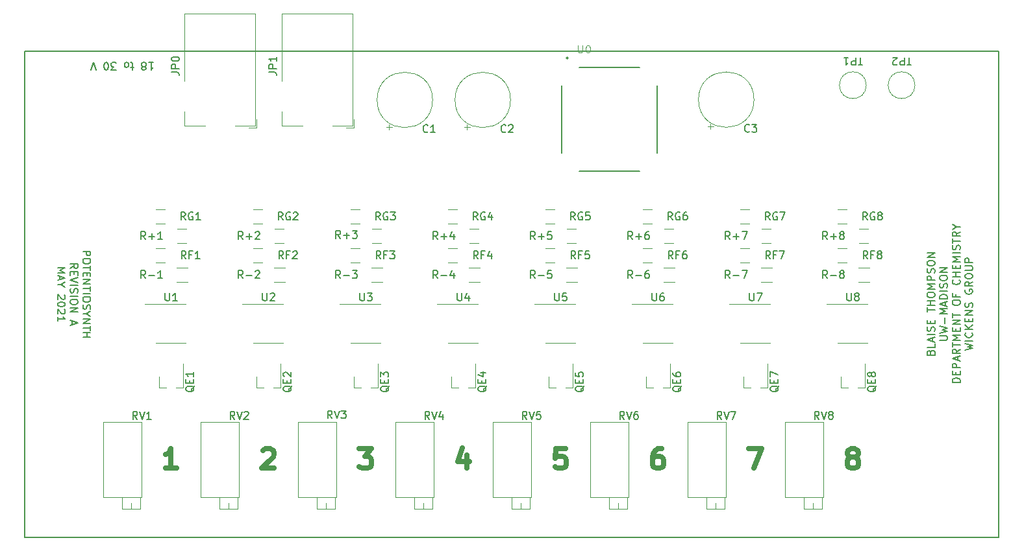
<source format=gbr>
G04 #@! TF.GenerationSoftware,KiCad,Pcbnew,5.1.8+dfsg1-1+b1*
G04 #@! TF.CreationDate,2021-05-07T15:05:44-05:00*
G04 #@! TF.ProjectId,potentiosynth,706f7465-6e74-4696-9f73-796e74682e6b,A*
G04 #@! TF.SameCoordinates,Original*
G04 #@! TF.FileFunction,Legend,Top*
G04 #@! TF.FilePolarity,Positive*
%FSLAX46Y46*%
G04 Gerber Fmt 4.6, Leading zero omitted, Abs format (unit mm)*
G04 Created by KiCad (PCBNEW 5.1.8+dfsg1-1+b1) date 2021-05-07 15:05:44*
%MOMM*%
%LPD*%
G01*
G04 APERTURE LIST*
%ADD10C,0.635000*%
%ADD11C,0.150000*%
G04 #@! TA.AperFunction,Profile*
%ADD12C,0.150000*%
G04 #@! TD*
%ADD13C,0.127000*%
%ADD14C,0.200000*%
%ADD15C,0.120000*%
%ADD16C,0.015000*%
G04 APERTURE END LIST*
D10*
X108433809Y-116295714D02*
X108433809Y-117989047D01*
X107829047Y-115328095D02*
X107224285Y-117142380D01*
X108796666Y-117142380D01*
X133833809Y-115449047D02*
X133350000Y-115449047D01*
X133108095Y-115570000D01*
X132987142Y-115690952D01*
X132745238Y-116053809D01*
X132624285Y-116537619D01*
X132624285Y-117505238D01*
X132745238Y-117747142D01*
X132866190Y-117868095D01*
X133108095Y-117989047D01*
X133591904Y-117989047D01*
X133833809Y-117868095D01*
X133954761Y-117747142D01*
X134075714Y-117505238D01*
X134075714Y-116900476D01*
X133954761Y-116658571D01*
X133833809Y-116537619D01*
X133591904Y-116416666D01*
X133108095Y-116416666D01*
X132866190Y-116537619D01*
X132745238Y-116658571D01*
X132624285Y-116900476D01*
D11*
X66952380Y-64952619D02*
X67523809Y-64952619D01*
X67238095Y-64952619D02*
X67238095Y-65952619D01*
X67333333Y-65809761D01*
X67428571Y-65714523D01*
X67523809Y-65666904D01*
X66380952Y-65524047D02*
X66476190Y-65571666D01*
X66523809Y-65619285D01*
X66571428Y-65714523D01*
X66571428Y-65762142D01*
X66523809Y-65857380D01*
X66476190Y-65905000D01*
X66380952Y-65952619D01*
X66190476Y-65952619D01*
X66095238Y-65905000D01*
X66047619Y-65857380D01*
X66000000Y-65762142D01*
X66000000Y-65714523D01*
X66047619Y-65619285D01*
X66095238Y-65571666D01*
X66190476Y-65524047D01*
X66380952Y-65524047D01*
X66476190Y-65476428D01*
X66523809Y-65428809D01*
X66571428Y-65333571D01*
X66571428Y-65143095D01*
X66523809Y-65047857D01*
X66476190Y-65000238D01*
X66380952Y-64952619D01*
X66190476Y-64952619D01*
X66095238Y-65000238D01*
X66047619Y-65047857D01*
X66000000Y-65143095D01*
X66000000Y-65333571D01*
X66047619Y-65428809D01*
X66095238Y-65476428D01*
X66190476Y-65524047D01*
X64952380Y-65619285D02*
X64571428Y-65619285D01*
X64809523Y-65952619D02*
X64809523Y-65095476D01*
X64761904Y-65000238D01*
X64666666Y-64952619D01*
X64571428Y-64952619D01*
X64095238Y-64952619D02*
X64190476Y-65000238D01*
X64238095Y-65047857D01*
X64285714Y-65143095D01*
X64285714Y-65428809D01*
X64238095Y-65524047D01*
X64190476Y-65571666D01*
X64095238Y-65619285D01*
X63952380Y-65619285D01*
X63857142Y-65571666D01*
X63809523Y-65524047D01*
X63761904Y-65428809D01*
X63761904Y-65143095D01*
X63809523Y-65047857D01*
X63857142Y-65000238D01*
X63952380Y-64952619D01*
X64095238Y-64952619D01*
X62666666Y-65952619D02*
X62047619Y-65952619D01*
X62380952Y-65571666D01*
X62238095Y-65571666D01*
X62142857Y-65524047D01*
X62095238Y-65476428D01*
X62047619Y-65381190D01*
X62047619Y-65143095D01*
X62095238Y-65047857D01*
X62142857Y-65000238D01*
X62238095Y-64952619D01*
X62523809Y-64952619D01*
X62619047Y-65000238D01*
X62666666Y-65047857D01*
X61428571Y-65952619D02*
X61333333Y-65952619D01*
X61238095Y-65905000D01*
X61190476Y-65857380D01*
X61142857Y-65762142D01*
X61095238Y-65571666D01*
X61095238Y-65333571D01*
X61142857Y-65143095D01*
X61190476Y-65047857D01*
X61238095Y-65000238D01*
X61333333Y-64952619D01*
X61428571Y-64952619D01*
X61523809Y-65000238D01*
X61571428Y-65047857D01*
X61619047Y-65143095D01*
X61666666Y-65333571D01*
X61666666Y-65571666D01*
X61619047Y-65762142D01*
X61571428Y-65857380D01*
X61523809Y-65905000D01*
X61428571Y-65952619D01*
X60047619Y-65952619D02*
X59714285Y-64952619D01*
X59380952Y-65952619D01*
X168903571Y-102853333D02*
X168951190Y-102710476D01*
X168998809Y-102662857D01*
X169094047Y-102615238D01*
X169236904Y-102615238D01*
X169332142Y-102662857D01*
X169379761Y-102710476D01*
X169427380Y-102805714D01*
X169427380Y-103186666D01*
X168427380Y-103186666D01*
X168427380Y-102853333D01*
X168475000Y-102758095D01*
X168522619Y-102710476D01*
X168617857Y-102662857D01*
X168713095Y-102662857D01*
X168808333Y-102710476D01*
X168855952Y-102758095D01*
X168903571Y-102853333D01*
X168903571Y-103186666D01*
X169427380Y-101710476D02*
X169427380Y-102186666D01*
X168427380Y-102186666D01*
X169141666Y-101424761D02*
X169141666Y-100948571D01*
X169427380Y-101520000D02*
X168427380Y-101186666D01*
X169427380Y-100853333D01*
X169427380Y-100520000D02*
X168427380Y-100520000D01*
X169379761Y-100091428D02*
X169427380Y-99948571D01*
X169427380Y-99710476D01*
X169379761Y-99615238D01*
X169332142Y-99567619D01*
X169236904Y-99520000D01*
X169141666Y-99520000D01*
X169046428Y-99567619D01*
X168998809Y-99615238D01*
X168951190Y-99710476D01*
X168903571Y-99900952D01*
X168855952Y-99996190D01*
X168808333Y-100043809D01*
X168713095Y-100091428D01*
X168617857Y-100091428D01*
X168522619Y-100043809D01*
X168475000Y-99996190D01*
X168427380Y-99900952D01*
X168427380Y-99662857D01*
X168475000Y-99520000D01*
X168903571Y-99091428D02*
X168903571Y-98758095D01*
X169427380Y-98615238D02*
X169427380Y-99091428D01*
X168427380Y-99091428D01*
X168427380Y-98615238D01*
X168427380Y-97567619D02*
X168427380Y-96996190D01*
X169427380Y-97281904D02*
X168427380Y-97281904D01*
X169427380Y-96662857D02*
X168427380Y-96662857D01*
X168903571Y-96662857D02*
X168903571Y-96091428D01*
X169427380Y-96091428D02*
X168427380Y-96091428D01*
X168427380Y-95424761D02*
X168427380Y-95234285D01*
X168475000Y-95139047D01*
X168570238Y-95043809D01*
X168760714Y-94996190D01*
X169094047Y-94996190D01*
X169284523Y-95043809D01*
X169379761Y-95139047D01*
X169427380Y-95234285D01*
X169427380Y-95424761D01*
X169379761Y-95520000D01*
X169284523Y-95615238D01*
X169094047Y-95662857D01*
X168760714Y-95662857D01*
X168570238Y-95615238D01*
X168475000Y-95520000D01*
X168427380Y-95424761D01*
X169427380Y-94567619D02*
X168427380Y-94567619D01*
X169141666Y-94234285D01*
X168427380Y-93900952D01*
X169427380Y-93900952D01*
X169427380Y-93424761D02*
X168427380Y-93424761D01*
X168427380Y-93043809D01*
X168475000Y-92948571D01*
X168522619Y-92900952D01*
X168617857Y-92853333D01*
X168760714Y-92853333D01*
X168855952Y-92900952D01*
X168903571Y-92948571D01*
X168951190Y-93043809D01*
X168951190Y-93424761D01*
X169379761Y-92472380D02*
X169427380Y-92329523D01*
X169427380Y-92091428D01*
X169379761Y-91996190D01*
X169332142Y-91948571D01*
X169236904Y-91900952D01*
X169141666Y-91900952D01*
X169046428Y-91948571D01*
X168998809Y-91996190D01*
X168951190Y-92091428D01*
X168903571Y-92281904D01*
X168855952Y-92377142D01*
X168808333Y-92424761D01*
X168713095Y-92472380D01*
X168617857Y-92472380D01*
X168522619Y-92424761D01*
X168475000Y-92377142D01*
X168427380Y-92281904D01*
X168427380Y-92043809D01*
X168475000Y-91900952D01*
X168427380Y-91281904D02*
X168427380Y-91091428D01*
X168475000Y-90996190D01*
X168570238Y-90900952D01*
X168760714Y-90853333D01*
X169094047Y-90853333D01*
X169284523Y-90900952D01*
X169379761Y-90996190D01*
X169427380Y-91091428D01*
X169427380Y-91281904D01*
X169379761Y-91377142D01*
X169284523Y-91472380D01*
X169094047Y-91520000D01*
X168760714Y-91520000D01*
X168570238Y-91472380D01*
X168475000Y-91377142D01*
X168427380Y-91281904D01*
X169427380Y-90424761D02*
X168427380Y-90424761D01*
X169427380Y-89853333D01*
X168427380Y-89853333D01*
X170077380Y-101258095D02*
X170886904Y-101258095D01*
X170982142Y-101210476D01*
X171029761Y-101162857D01*
X171077380Y-101067619D01*
X171077380Y-100877142D01*
X171029761Y-100781904D01*
X170982142Y-100734285D01*
X170886904Y-100686666D01*
X170077380Y-100686666D01*
X170077380Y-100305714D02*
X171077380Y-100067619D01*
X170363095Y-99877142D01*
X171077380Y-99686666D01*
X170077380Y-99448571D01*
X170696428Y-99067619D02*
X170696428Y-98305714D01*
X171077380Y-97829523D02*
X170077380Y-97829523D01*
X170791666Y-97496190D01*
X170077380Y-97162857D01*
X171077380Y-97162857D01*
X170791666Y-96734285D02*
X170791666Y-96258095D01*
X171077380Y-96829523D02*
X170077380Y-96496190D01*
X171077380Y-96162857D01*
X171077380Y-95829523D02*
X170077380Y-95829523D01*
X170077380Y-95591428D01*
X170125000Y-95448571D01*
X170220238Y-95353333D01*
X170315476Y-95305714D01*
X170505952Y-95258095D01*
X170648809Y-95258095D01*
X170839285Y-95305714D01*
X170934523Y-95353333D01*
X171029761Y-95448571D01*
X171077380Y-95591428D01*
X171077380Y-95829523D01*
X171077380Y-94829523D02*
X170077380Y-94829523D01*
X171029761Y-94400952D02*
X171077380Y-94258095D01*
X171077380Y-94020000D01*
X171029761Y-93924761D01*
X170982142Y-93877142D01*
X170886904Y-93829523D01*
X170791666Y-93829523D01*
X170696428Y-93877142D01*
X170648809Y-93924761D01*
X170601190Y-94020000D01*
X170553571Y-94210476D01*
X170505952Y-94305714D01*
X170458333Y-94353333D01*
X170363095Y-94400952D01*
X170267857Y-94400952D01*
X170172619Y-94353333D01*
X170125000Y-94305714D01*
X170077380Y-94210476D01*
X170077380Y-93972380D01*
X170125000Y-93829523D01*
X170077380Y-93210476D02*
X170077380Y-93020000D01*
X170125000Y-92924761D01*
X170220238Y-92829523D01*
X170410714Y-92781904D01*
X170744047Y-92781904D01*
X170934523Y-92829523D01*
X171029761Y-92924761D01*
X171077380Y-93020000D01*
X171077380Y-93210476D01*
X171029761Y-93305714D01*
X170934523Y-93400952D01*
X170744047Y-93448571D01*
X170410714Y-93448571D01*
X170220238Y-93400952D01*
X170125000Y-93305714D01*
X170077380Y-93210476D01*
X171077380Y-92353333D02*
X170077380Y-92353333D01*
X171077380Y-91781904D01*
X170077380Y-91781904D01*
X172727380Y-106758095D02*
X171727380Y-106758095D01*
X171727380Y-106520000D01*
X171775000Y-106377142D01*
X171870238Y-106281904D01*
X171965476Y-106234285D01*
X172155952Y-106186666D01*
X172298809Y-106186666D01*
X172489285Y-106234285D01*
X172584523Y-106281904D01*
X172679761Y-106377142D01*
X172727380Y-106520000D01*
X172727380Y-106758095D01*
X172203571Y-105758095D02*
X172203571Y-105424761D01*
X172727380Y-105281904D02*
X172727380Y-105758095D01*
X171727380Y-105758095D01*
X171727380Y-105281904D01*
X172727380Y-104853333D02*
X171727380Y-104853333D01*
X171727380Y-104472380D01*
X171775000Y-104377142D01*
X171822619Y-104329523D01*
X171917857Y-104281904D01*
X172060714Y-104281904D01*
X172155952Y-104329523D01*
X172203571Y-104377142D01*
X172251190Y-104472380D01*
X172251190Y-104853333D01*
X172441666Y-103900952D02*
X172441666Y-103424761D01*
X172727380Y-103996190D02*
X171727380Y-103662857D01*
X172727380Y-103329523D01*
X172727380Y-102424761D02*
X172251190Y-102758095D01*
X172727380Y-102996190D02*
X171727380Y-102996190D01*
X171727380Y-102615238D01*
X171775000Y-102520000D01*
X171822619Y-102472380D01*
X171917857Y-102424761D01*
X172060714Y-102424761D01*
X172155952Y-102472380D01*
X172203571Y-102520000D01*
X172251190Y-102615238D01*
X172251190Y-102996190D01*
X171727380Y-102139047D02*
X171727380Y-101567619D01*
X172727380Y-101853333D02*
X171727380Y-101853333D01*
X172727380Y-101234285D02*
X171727380Y-101234285D01*
X172441666Y-100900952D01*
X171727380Y-100567619D01*
X172727380Y-100567619D01*
X172203571Y-100091428D02*
X172203571Y-99758095D01*
X172727380Y-99615238D02*
X172727380Y-100091428D01*
X171727380Y-100091428D01*
X171727380Y-99615238D01*
X172727380Y-99186666D02*
X171727380Y-99186666D01*
X172727380Y-98615238D01*
X171727380Y-98615238D01*
X171727380Y-98281904D02*
X171727380Y-97710476D01*
X172727380Y-97996190D02*
X171727380Y-97996190D01*
X171727380Y-96424761D02*
X171727380Y-96234285D01*
X171775000Y-96139047D01*
X171870238Y-96043809D01*
X172060714Y-95996190D01*
X172394047Y-95996190D01*
X172584523Y-96043809D01*
X172679761Y-96139047D01*
X172727380Y-96234285D01*
X172727380Y-96424761D01*
X172679761Y-96520000D01*
X172584523Y-96615238D01*
X172394047Y-96662857D01*
X172060714Y-96662857D01*
X171870238Y-96615238D01*
X171775000Y-96520000D01*
X171727380Y-96424761D01*
X172203571Y-95234285D02*
X172203571Y-95567619D01*
X172727380Y-95567619D02*
X171727380Y-95567619D01*
X171727380Y-95091428D01*
X172632142Y-93377142D02*
X172679761Y-93424761D01*
X172727380Y-93567619D01*
X172727380Y-93662857D01*
X172679761Y-93805714D01*
X172584523Y-93900952D01*
X172489285Y-93948571D01*
X172298809Y-93996190D01*
X172155952Y-93996190D01*
X171965476Y-93948571D01*
X171870238Y-93900952D01*
X171775000Y-93805714D01*
X171727380Y-93662857D01*
X171727380Y-93567619D01*
X171775000Y-93424761D01*
X171822619Y-93377142D01*
X172727380Y-92948571D02*
X171727380Y-92948571D01*
X172203571Y-92948571D02*
X172203571Y-92377142D01*
X172727380Y-92377142D02*
X171727380Y-92377142D01*
X172203571Y-91900952D02*
X172203571Y-91567619D01*
X172727380Y-91424761D02*
X172727380Y-91900952D01*
X171727380Y-91900952D01*
X171727380Y-91424761D01*
X172727380Y-90996190D02*
X171727380Y-90996190D01*
X172441666Y-90662857D01*
X171727380Y-90329523D01*
X172727380Y-90329523D01*
X172727380Y-89853333D02*
X171727380Y-89853333D01*
X172679761Y-89424761D02*
X172727380Y-89281904D01*
X172727380Y-89043809D01*
X172679761Y-88948571D01*
X172632142Y-88900952D01*
X172536904Y-88853333D01*
X172441666Y-88853333D01*
X172346428Y-88900952D01*
X172298809Y-88948571D01*
X172251190Y-89043809D01*
X172203571Y-89234285D01*
X172155952Y-89329523D01*
X172108333Y-89377142D01*
X172013095Y-89424761D01*
X171917857Y-89424761D01*
X171822619Y-89377142D01*
X171775000Y-89329523D01*
X171727380Y-89234285D01*
X171727380Y-88996190D01*
X171775000Y-88853333D01*
X171727380Y-88567619D02*
X171727380Y-87996190D01*
X172727380Y-88281904D02*
X171727380Y-88281904D01*
X172727380Y-87091428D02*
X172251190Y-87424761D01*
X172727380Y-87662857D02*
X171727380Y-87662857D01*
X171727380Y-87281904D01*
X171775000Y-87186666D01*
X171822619Y-87139047D01*
X171917857Y-87091428D01*
X172060714Y-87091428D01*
X172155952Y-87139047D01*
X172203571Y-87186666D01*
X172251190Y-87281904D01*
X172251190Y-87662857D01*
X172251190Y-86472380D02*
X172727380Y-86472380D01*
X171727380Y-86805714D02*
X172251190Y-86472380D01*
X171727380Y-86139047D01*
X173377380Y-102567619D02*
X174377380Y-102329523D01*
X173663095Y-102139047D01*
X174377380Y-101948571D01*
X173377380Y-101710476D01*
X174377380Y-101329523D02*
X173377380Y-101329523D01*
X174282142Y-100281904D02*
X174329761Y-100329523D01*
X174377380Y-100472380D01*
X174377380Y-100567619D01*
X174329761Y-100710476D01*
X174234523Y-100805714D01*
X174139285Y-100853333D01*
X173948809Y-100900952D01*
X173805952Y-100900952D01*
X173615476Y-100853333D01*
X173520238Y-100805714D01*
X173425000Y-100710476D01*
X173377380Y-100567619D01*
X173377380Y-100472380D01*
X173425000Y-100329523D01*
X173472619Y-100281904D01*
X174377380Y-99853333D02*
X173377380Y-99853333D01*
X174377380Y-99281904D02*
X173805952Y-99710476D01*
X173377380Y-99281904D02*
X173948809Y-99853333D01*
X173853571Y-98853333D02*
X173853571Y-98520000D01*
X174377380Y-98377142D02*
X174377380Y-98853333D01*
X173377380Y-98853333D01*
X173377380Y-98377142D01*
X174377380Y-97948571D02*
X173377380Y-97948571D01*
X174377380Y-97377142D01*
X173377380Y-97377142D01*
X174329761Y-96948571D02*
X174377380Y-96805714D01*
X174377380Y-96567619D01*
X174329761Y-96472380D01*
X174282142Y-96424761D01*
X174186904Y-96377142D01*
X174091666Y-96377142D01*
X173996428Y-96424761D01*
X173948809Y-96472380D01*
X173901190Y-96567619D01*
X173853571Y-96758095D01*
X173805952Y-96853333D01*
X173758333Y-96900952D01*
X173663095Y-96948571D01*
X173567857Y-96948571D01*
X173472619Y-96900952D01*
X173425000Y-96853333D01*
X173377380Y-96758095D01*
X173377380Y-96520000D01*
X173425000Y-96377142D01*
X173425000Y-94662857D02*
X173377380Y-94758095D01*
X173377380Y-94900952D01*
X173425000Y-95043809D01*
X173520238Y-95139047D01*
X173615476Y-95186666D01*
X173805952Y-95234285D01*
X173948809Y-95234285D01*
X174139285Y-95186666D01*
X174234523Y-95139047D01*
X174329761Y-95043809D01*
X174377380Y-94900952D01*
X174377380Y-94805714D01*
X174329761Y-94662857D01*
X174282142Y-94615238D01*
X173948809Y-94615238D01*
X173948809Y-94805714D01*
X174377380Y-93615238D02*
X173901190Y-93948571D01*
X174377380Y-94186666D02*
X173377380Y-94186666D01*
X173377380Y-93805714D01*
X173425000Y-93710476D01*
X173472619Y-93662857D01*
X173567857Y-93615238D01*
X173710714Y-93615238D01*
X173805952Y-93662857D01*
X173853571Y-93710476D01*
X173901190Y-93805714D01*
X173901190Y-94186666D01*
X173377380Y-92996190D02*
X173377380Y-92805714D01*
X173425000Y-92710476D01*
X173520238Y-92615238D01*
X173710714Y-92567619D01*
X174044047Y-92567619D01*
X174234523Y-92615238D01*
X174329761Y-92710476D01*
X174377380Y-92805714D01*
X174377380Y-92996190D01*
X174329761Y-93091428D01*
X174234523Y-93186666D01*
X174044047Y-93234285D01*
X173710714Y-93234285D01*
X173520238Y-93186666D01*
X173425000Y-93091428D01*
X173377380Y-92996190D01*
X173377380Y-92139047D02*
X174186904Y-92139047D01*
X174282142Y-92091428D01*
X174329761Y-92043809D01*
X174377380Y-91948571D01*
X174377380Y-91758095D01*
X174329761Y-91662857D01*
X174282142Y-91615238D01*
X174186904Y-91567619D01*
X173377380Y-91567619D01*
X174377380Y-91091428D02*
X173377380Y-91091428D01*
X173377380Y-90710476D01*
X173425000Y-90615238D01*
X173472619Y-90567619D01*
X173567857Y-90520000D01*
X173710714Y-90520000D01*
X173805952Y-90567619D01*
X173853571Y-90615238D01*
X173901190Y-90710476D01*
X173901190Y-91091428D01*
X58347619Y-89630952D02*
X59347619Y-89630952D01*
X59347619Y-90011904D01*
X59300000Y-90107142D01*
X59252380Y-90154761D01*
X59157142Y-90202380D01*
X59014285Y-90202380D01*
X58919047Y-90154761D01*
X58871428Y-90107142D01*
X58823809Y-90011904D01*
X58823809Y-89630952D01*
X59347619Y-90821428D02*
X59347619Y-91011904D01*
X59300000Y-91107142D01*
X59204761Y-91202380D01*
X59014285Y-91250000D01*
X58680952Y-91250000D01*
X58490476Y-91202380D01*
X58395238Y-91107142D01*
X58347619Y-91011904D01*
X58347619Y-90821428D01*
X58395238Y-90726190D01*
X58490476Y-90630952D01*
X58680952Y-90583333D01*
X59014285Y-90583333D01*
X59204761Y-90630952D01*
X59300000Y-90726190D01*
X59347619Y-90821428D01*
X59347619Y-91535714D02*
X59347619Y-92107142D01*
X58347619Y-91821428D02*
X59347619Y-91821428D01*
X58871428Y-92440476D02*
X58871428Y-92773809D01*
X58347619Y-92916666D02*
X58347619Y-92440476D01*
X59347619Y-92440476D01*
X59347619Y-92916666D01*
X58347619Y-93345238D02*
X59347619Y-93345238D01*
X58347619Y-93916666D01*
X59347619Y-93916666D01*
X59347619Y-94250000D02*
X59347619Y-94821428D01*
X58347619Y-94535714D02*
X59347619Y-94535714D01*
X58347619Y-95154761D02*
X59347619Y-95154761D01*
X59347619Y-95821428D02*
X59347619Y-96011904D01*
X59300000Y-96107142D01*
X59204761Y-96202380D01*
X59014285Y-96250000D01*
X58680952Y-96250000D01*
X58490476Y-96202380D01*
X58395238Y-96107142D01*
X58347619Y-96011904D01*
X58347619Y-95821428D01*
X58395238Y-95726190D01*
X58490476Y-95630952D01*
X58680952Y-95583333D01*
X59014285Y-95583333D01*
X59204761Y-95630952D01*
X59300000Y-95726190D01*
X59347619Y-95821428D01*
X58395238Y-96630952D02*
X58347619Y-96773809D01*
X58347619Y-97011904D01*
X58395238Y-97107142D01*
X58442857Y-97154761D01*
X58538095Y-97202380D01*
X58633333Y-97202380D01*
X58728571Y-97154761D01*
X58776190Y-97107142D01*
X58823809Y-97011904D01*
X58871428Y-96821428D01*
X58919047Y-96726190D01*
X58966666Y-96678571D01*
X59061904Y-96630952D01*
X59157142Y-96630952D01*
X59252380Y-96678571D01*
X59300000Y-96726190D01*
X59347619Y-96821428D01*
X59347619Y-97059523D01*
X59300000Y-97202380D01*
X58823809Y-97821428D02*
X58347619Y-97821428D01*
X59347619Y-97488095D02*
X58823809Y-97821428D01*
X59347619Y-98154761D01*
X58347619Y-98488095D02*
X59347619Y-98488095D01*
X58347619Y-99059523D01*
X59347619Y-99059523D01*
X59347619Y-99392857D02*
X59347619Y-99964285D01*
X58347619Y-99678571D02*
X59347619Y-99678571D01*
X58347619Y-100297619D02*
X59347619Y-100297619D01*
X58871428Y-100297619D02*
X58871428Y-100869047D01*
X58347619Y-100869047D02*
X59347619Y-100869047D01*
X56697619Y-91869047D02*
X57173809Y-91535714D01*
X56697619Y-91297619D02*
X57697619Y-91297619D01*
X57697619Y-91678571D01*
X57650000Y-91773809D01*
X57602380Y-91821428D01*
X57507142Y-91869047D01*
X57364285Y-91869047D01*
X57269047Y-91821428D01*
X57221428Y-91773809D01*
X57173809Y-91678571D01*
X57173809Y-91297619D01*
X57221428Y-92297619D02*
X57221428Y-92630952D01*
X56697619Y-92773809D02*
X56697619Y-92297619D01*
X57697619Y-92297619D01*
X57697619Y-92773809D01*
X57697619Y-93059523D02*
X56697619Y-93392857D01*
X57697619Y-93726190D01*
X56697619Y-94059523D02*
X57697619Y-94059523D01*
X56745238Y-94488095D02*
X56697619Y-94630952D01*
X56697619Y-94869047D01*
X56745238Y-94964285D01*
X56792857Y-95011904D01*
X56888095Y-95059523D01*
X56983333Y-95059523D01*
X57078571Y-95011904D01*
X57126190Y-94964285D01*
X57173809Y-94869047D01*
X57221428Y-94678571D01*
X57269047Y-94583333D01*
X57316666Y-94535714D01*
X57411904Y-94488095D01*
X57507142Y-94488095D01*
X57602380Y-94535714D01*
X57650000Y-94583333D01*
X57697619Y-94678571D01*
X57697619Y-94916666D01*
X57650000Y-95059523D01*
X56697619Y-95488095D02*
X57697619Y-95488095D01*
X57697619Y-96154761D02*
X57697619Y-96345238D01*
X57650000Y-96440476D01*
X57554761Y-96535714D01*
X57364285Y-96583333D01*
X57030952Y-96583333D01*
X56840476Y-96535714D01*
X56745238Y-96440476D01*
X56697619Y-96345238D01*
X56697619Y-96154761D01*
X56745238Y-96059523D01*
X56840476Y-95964285D01*
X57030952Y-95916666D01*
X57364285Y-95916666D01*
X57554761Y-95964285D01*
X57650000Y-96059523D01*
X57697619Y-96154761D01*
X56697619Y-97011904D02*
X57697619Y-97011904D01*
X56697619Y-97583333D01*
X57697619Y-97583333D01*
X56983333Y-98773809D02*
X56983333Y-99250000D01*
X56697619Y-98678571D02*
X57697619Y-99011904D01*
X56697619Y-99345238D01*
X55047619Y-91773809D02*
X56047619Y-91773809D01*
X55333333Y-92107142D01*
X56047619Y-92440476D01*
X55047619Y-92440476D01*
X55333333Y-92869047D02*
X55333333Y-93345238D01*
X55047619Y-92773809D02*
X56047619Y-93107142D01*
X55047619Y-93440476D01*
X55523809Y-93964285D02*
X55047619Y-93964285D01*
X56047619Y-93630952D02*
X55523809Y-93964285D01*
X56047619Y-94297619D01*
X55952380Y-95345238D02*
X56000000Y-95392857D01*
X56047619Y-95488095D01*
X56047619Y-95726190D01*
X56000000Y-95821428D01*
X55952380Y-95869047D01*
X55857142Y-95916666D01*
X55761904Y-95916666D01*
X55619047Y-95869047D01*
X55047619Y-95297619D01*
X55047619Y-95916666D01*
X56047619Y-96535714D02*
X56047619Y-96630952D01*
X56000000Y-96726190D01*
X55952380Y-96773809D01*
X55857142Y-96821428D01*
X55666666Y-96869047D01*
X55428571Y-96869047D01*
X55238095Y-96821428D01*
X55142857Y-96773809D01*
X55095238Y-96726190D01*
X55047619Y-96630952D01*
X55047619Y-96535714D01*
X55095238Y-96440476D01*
X55142857Y-96392857D01*
X55238095Y-96345238D01*
X55428571Y-96297619D01*
X55666666Y-96297619D01*
X55857142Y-96345238D01*
X55952380Y-96392857D01*
X56000000Y-96440476D01*
X56047619Y-96535714D01*
X55952380Y-97250000D02*
X56000000Y-97297619D01*
X56047619Y-97392857D01*
X56047619Y-97630952D01*
X56000000Y-97726190D01*
X55952380Y-97773809D01*
X55857142Y-97821428D01*
X55761904Y-97821428D01*
X55619047Y-97773809D01*
X55047619Y-97202380D01*
X55047619Y-97821428D01*
X55047619Y-98773809D02*
X55047619Y-98202380D01*
X55047619Y-98488095D02*
X56047619Y-98488095D01*
X55904761Y-98392857D01*
X55809523Y-98297619D01*
X55761904Y-98202380D01*
D10*
X158508095Y-116537619D02*
X158266190Y-116416666D01*
X158145238Y-116295714D01*
X158024285Y-116053809D01*
X158024285Y-115932857D01*
X158145238Y-115690952D01*
X158266190Y-115570000D01*
X158508095Y-115449047D01*
X158991904Y-115449047D01*
X159233809Y-115570000D01*
X159354761Y-115690952D01*
X159475714Y-115932857D01*
X159475714Y-116053809D01*
X159354761Y-116295714D01*
X159233809Y-116416666D01*
X158991904Y-116537619D01*
X158508095Y-116537619D01*
X158266190Y-116658571D01*
X158145238Y-116779523D01*
X158024285Y-117021428D01*
X158024285Y-117505238D01*
X158145238Y-117747142D01*
X158266190Y-117868095D01*
X158508095Y-117989047D01*
X158991904Y-117989047D01*
X159233809Y-117868095D01*
X159354761Y-117747142D01*
X159475714Y-117505238D01*
X159475714Y-117021428D01*
X159354761Y-116779523D01*
X159233809Y-116658571D01*
X158991904Y-116537619D01*
X145203333Y-115449047D02*
X146896666Y-115449047D01*
X145808095Y-117989047D01*
X121254761Y-115449047D02*
X120045238Y-115449047D01*
X119924285Y-116658571D01*
X120045238Y-116537619D01*
X120287142Y-116416666D01*
X120891904Y-116416666D01*
X121133809Y-116537619D01*
X121254761Y-116658571D01*
X121375714Y-116900476D01*
X121375714Y-117505238D01*
X121254761Y-117747142D01*
X121133809Y-117868095D01*
X120891904Y-117989047D01*
X120287142Y-117989047D01*
X120045238Y-117868095D01*
X119924285Y-117747142D01*
X81824285Y-115690952D02*
X81945238Y-115570000D01*
X82187142Y-115449047D01*
X82791904Y-115449047D01*
X83033809Y-115570000D01*
X83154761Y-115690952D01*
X83275714Y-115932857D01*
X83275714Y-116174761D01*
X83154761Y-116537619D01*
X81703333Y-117989047D01*
X83275714Y-117989047D01*
X94403333Y-115449047D02*
X95975714Y-115449047D01*
X95129047Y-116416666D01*
X95491904Y-116416666D01*
X95733809Y-116537619D01*
X95854761Y-116658571D01*
X95975714Y-116900476D01*
X95975714Y-117505238D01*
X95854761Y-117747142D01*
X95733809Y-117868095D01*
X95491904Y-117989047D01*
X94766190Y-117989047D01*
X94524285Y-117868095D01*
X94403333Y-117747142D01*
X70575714Y-117989047D02*
X69124285Y-117989047D01*
X69850000Y-117989047D02*
X69850000Y-115449047D01*
X69608095Y-115811904D01*
X69366190Y-116053809D01*
X69124285Y-116174761D01*
D12*
X50800000Y-127000000D02*
X177800000Y-127000000D01*
X50800000Y-63500000D02*
X177800000Y-63500000D01*
X50800000Y-127000000D02*
X50800000Y-63500000D01*
X177800000Y-127000000D02*
X177800000Y-63500000D01*
D13*
X123070000Y-65640000D02*
X130930000Y-65640000D01*
D14*
X121600000Y-64390000D02*
G75*
G03*
X121600000Y-64390000I-100000J0D01*
G01*
D13*
X130930000Y-79140000D02*
X123070000Y-79140000D01*
X133250000Y-67960000D02*
X133250000Y-76820000D01*
X120750000Y-76820000D02*
X120750000Y-67960000D01*
D15*
X158750000Y-101620000D02*
X160700000Y-101620000D01*
X158750000Y-101620000D02*
X156800000Y-101620000D01*
X158750000Y-96500000D02*
X160700000Y-96500000D01*
X158750000Y-96500000D02*
X155300000Y-96500000D01*
X146050000Y-101620000D02*
X148000000Y-101620000D01*
X146050000Y-101620000D02*
X144100000Y-101620000D01*
X146050000Y-96500000D02*
X148000000Y-96500000D01*
X146050000Y-96500000D02*
X142600000Y-96500000D01*
X133350000Y-101620000D02*
X135300000Y-101620000D01*
X133350000Y-101620000D02*
X131400000Y-101620000D01*
X133350000Y-96500000D02*
X135300000Y-96500000D01*
X133350000Y-96500000D02*
X129900000Y-96500000D01*
X120650000Y-101620000D02*
X122600000Y-101620000D01*
X120650000Y-101620000D02*
X118700000Y-101620000D01*
X120650000Y-96500000D02*
X122600000Y-96500000D01*
X120650000Y-96500000D02*
X117200000Y-96500000D01*
X107950000Y-101620000D02*
X109900000Y-101620000D01*
X107950000Y-101620000D02*
X106000000Y-101620000D01*
X107950000Y-96500000D02*
X109900000Y-96500000D01*
X107950000Y-96500000D02*
X104500000Y-96500000D01*
X95250000Y-101620000D02*
X97200000Y-101620000D01*
X95250000Y-101620000D02*
X93300000Y-101620000D01*
X95250000Y-96500000D02*
X97200000Y-96500000D01*
X95250000Y-96500000D02*
X91800000Y-96500000D01*
X82550000Y-101620000D02*
X84500000Y-101620000D01*
X82550000Y-101620000D02*
X80600000Y-101620000D01*
X82550000Y-96500000D02*
X84500000Y-96500000D01*
X82550000Y-96500000D02*
X79100000Y-96500000D01*
X69850000Y-101620000D02*
X71800000Y-101620000D01*
X69850000Y-101620000D02*
X67900000Y-101620000D01*
X69850000Y-96500000D02*
X71800000Y-96500000D01*
X69850000Y-96500000D02*
X66400000Y-96500000D01*
X111770000Y-121725000D02*
X111770000Y-111955000D01*
X116840000Y-121725000D02*
X116840000Y-111955000D01*
X111770000Y-121725000D02*
X116840000Y-121725000D01*
X111770000Y-111955000D02*
X116840000Y-111955000D01*
X114235000Y-123245000D02*
X114235000Y-121726000D01*
X116665000Y-123245000D02*
X116665000Y-121726000D01*
X114235000Y-123245000D02*
X116665000Y-123245000D01*
X114235000Y-121726000D02*
X116665000Y-121726000D01*
X115450000Y-123245000D02*
X115450000Y-122486000D01*
X60970000Y-121725000D02*
X60970000Y-111955000D01*
X66040000Y-121725000D02*
X66040000Y-111955000D01*
X60970000Y-121725000D02*
X66040000Y-121725000D01*
X60970000Y-111955000D02*
X66040000Y-111955000D01*
X63435000Y-123245000D02*
X63435000Y-121726000D01*
X65865000Y-123245000D02*
X65865000Y-121726000D01*
X63435000Y-123245000D02*
X65865000Y-123245000D01*
X63435000Y-121726000D02*
X65865000Y-121726000D01*
X64650000Y-123245000D02*
X64650000Y-122486000D01*
X157170000Y-107440000D02*
X158100000Y-107440000D01*
X160330000Y-107440000D02*
X159400000Y-107440000D01*
X160330000Y-107440000D02*
X160330000Y-104280000D01*
X157170000Y-107440000D02*
X157170000Y-105980000D01*
X144470000Y-107440000D02*
X145400000Y-107440000D01*
X147630000Y-107440000D02*
X146700000Y-107440000D01*
X147630000Y-107440000D02*
X147630000Y-104280000D01*
X144470000Y-107440000D02*
X144470000Y-105980000D01*
X131770000Y-107440000D02*
X132700000Y-107440000D01*
X134930000Y-107440000D02*
X134000000Y-107440000D01*
X134930000Y-107440000D02*
X134930000Y-104280000D01*
X131770000Y-107440000D02*
X131770000Y-105980000D01*
X119070000Y-107440000D02*
X120000000Y-107440000D01*
X122230000Y-107440000D02*
X121300000Y-107440000D01*
X122230000Y-107440000D02*
X122230000Y-104280000D01*
X119070000Y-107440000D02*
X119070000Y-105980000D01*
X106370000Y-107440000D02*
X107300000Y-107440000D01*
X109530000Y-107440000D02*
X108600000Y-107440000D01*
X109530000Y-107440000D02*
X109530000Y-104280000D01*
X106370000Y-107440000D02*
X106370000Y-105980000D01*
X93670000Y-107440000D02*
X94600000Y-107440000D01*
X96830000Y-107440000D02*
X95900000Y-107440000D01*
X96830000Y-107440000D02*
X96830000Y-104280000D01*
X93670000Y-107440000D02*
X93670000Y-105980000D01*
X80970000Y-107440000D02*
X81900000Y-107440000D01*
X84130000Y-107440000D02*
X83200000Y-107440000D01*
X84130000Y-107440000D02*
X84130000Y-104280000D01*
X80970000Y-107440000D02*
X80970000Y-105980000D01*
X68270000Y-107440000D02*
X69200000Y-107440000D01*
X71430000Y-107440000D02*
X70500000Y-107440000D01*
X71430000Y-107440000D02*
X71430000Y-104280000D01*
X68270000Y-107440000D02*
X68270000Y-105980000D01*
X159485436Y-91800000D02*
X160939564Y-91800000D01*
X159485436Y-93620000D02*
X160939564Y-93620000D01*
X146785436Y-91800000D02*
X148239564Y-91800000D01*
X146785436Y-93620000D02*
X148239564Y-93620000D01*
X134085436Y-91800000D02*
X135539564Y-91800000D01*
X134085436Y-93620000D02*
X135539564Y-93620000D01*
X121385436Y-91800000D02*
X122839564Y-91800000D01*
X121385436Y-93620000D02*
X122839564Y-93620000D01*
X108685436Y-91800000D02*
X110139564Y-91800000D01*
X108685436Y-93620000D02*
X110139564Y-93620000D01*
X95985436Y-91800000D02*
X97439564Y-91800000D01*
X95985436Y-93620000D02*
X97439564Y-93620000D01*
X83285436Y-91800000D02*
X84739564Y-91800000D01*
X83285436Y-93620000D02*
X84739564Y-93620000D01*
X70585436Y-91800000D02*
X72039564Y-91800000D01*
X70585436Y-93620000D02*
X72039564Y-93620000D01*
X124470000Y-121725000D02*
X124470000Y-111955000D01*
X129540000Y-121725000D02*
X129540000Y-111955000D01*
X124470000Y-121725000D02*
X129540000Y-121725000D01*
X124470000Y-111955000D02*
X129540000Y-111955000D01*
X126935000Y-123245000D02*
X126935000Y-121726000D01*
X129365000Y-123245000D02*
X129365000Y-121726000D01*
X126935000Y-123245000D02*
X129365000Y-123245000D01*
X126935000Y-121726000D02*
X129365000Y-121726000D01*
X128150000Y-123245000D02*
X128150000Y-122486000D01*
X86370000Y-121725000D02*
X86370000Y-111955000D01*
X91440000Y-121725000D02*
X91440000Y-111955000D01*
X86370000Y-121725000D02*
X91440000Y-121725000D01*
X86370000Y-111955000D02*
X91440000Y-111955000D01*
X88835000Y-123245000D02*
X88835000Y-121726000D01*
X91265000Y-123245000D02*
X91265000Y-121726000D01*
X88835000Y-123245000D02*
X91265000Y-123245000D01*
X88835000Y-121726000D02*
X91265000Y-121726000D01*
X90050000Y-123245000D02*
X90050000Y-122486000D01*
X73670000Y-121725000D02*
X73670000Y-111955000D01*
X78740000Y-121725000D02*
X78740000Y-111955000D01*
X73670000Y-121725000D02*
X78740000Y-121725000D01*
X73670000Y-111955000D02*
X78740000Y-111955000D01*
X76135000Y-123245000D02*
X76135000Y-121726000D01*
X78565000Y-123245000D02*
X78565000Y-121726000D01*
X76135000Y-123245000D02*
X78565000Y-123245000D01*
X76135000Y-121726000D02*
X78565000Y-121726000D01*
X77350000Y-123245000D02*
X77350000Y-122486000D01*
X99070000Y-121725000D02*
X99070000Y-111955000D01*
X104140000Y-121725000D02*
X104140000Y-111955000D01*
X99070000Y-121725000D02*
X104140000Y-121725000D01*
X99070000Y-111955000D02*
X104140000Y-111955000D01*
X101535000Y-123245000D02*
X101535000Y-121726000D01*
X103965000Y-123245000D02*
X103965000Y-121726000D01*
X101535000Y-123245000D02*
X103965000Y-123245000D01*
X101535000Y-121726000D02*
X103965000Y-121726000D01*
X102750000Y-123245000D02*
X102750000Y-122486000D01*
X149870000Y-121725000D02*
X149870000Y-111955000D01*
X154940000Y-121725000D02*
X154940000Y-111955000D01*
X149870000Y-121725000D02*
X154940000Y-121725000D01*
X149870000Y-111955000D02*
X154940000Y-111955000D01*
X152335000Y-123245000D02*
X152335000Y-121726000D01*
X154765000Y-123245000D02*
X154765000Y-121726000D01*
X152335000Y-123245000D02*
X154765000Y-123245000D01*
X152335000Y-121726000D02*
X154765000Y-121726000D01*
X153550000Y-123245000D02*
X153550000Y-122486000D01*
X137170000Y-121725000D02*
X137170000Y-111955000D01*
X142240000Y-121725000D02*
X142240000Y-111955000D01*
X137170000Y-121725000D02*
X142240000Y-121725000D01*
X137170000Y-111955000D02*
X142240000Y-111955000D01*
X139635000Y-123245000D02*
X139635000Y-121726000D01*
X142065000Y-123245000D02*
X142065000Y-121726000D01*
X139635000Y-123245000D02*
X142065000Y-123245000D01*
X139635000Y-121726000D02*
X142065000Y-121726000D01*
X140850000Y-123245000D02*
X140850000Y-122486000D01*
X157952064Y-86000000D02*
X156747936Y-86000000D01*
X157952064Y-84180000D02*
X156747936Y-84180000D01*
X145252064Y-86000000D02*
X144047936Y-86000000D01*
X145252064Y-84180000D02*
X144047936Y-84180000D01*
X132552064Y-86000000D02*
X131347936Y-86000000D01*
X132552064Y-84180000D02*
X131347936Y-84180000D01*
X119852064Y-86000000D02*
X118647936Y-86000000D01*
X119852064Y-84180000D02*
X118647936Y-84180000D01*
X107152064Y-86000000D02*
X105947936Y-86000000D01*
X107152064Y-84180000D02*
X105947936Y-84180000D01*
X94452064Y-86000000D02*
X93247936Y-86000000D01*
X94452064Y-84180000D02*
X93247936Y-84180000D01*
X81752064Y-86000000D02*
X80547936Y-86000000D01*
X81752064Y-84180000D02*
X80547936Y-84180000D01*
X69052064Y-86000000D02*
X67847936Y-86000000D01*
X69052064Y-84180000D02*
X67847936Y-84180000D01*
X157952064Y-91080000D02*
X156747936Y-91080000D01*
X157952064Y-89260000D02*
X156747936Y-89260000D01*
X145252064Y-91080000D02*
X144047936Y-91080000D01*
X145252064Y-89260000D02*
X144047936Y-89260000D01*
X132552064Y-91080000D02*
X131347936Y-91080000D01*
X132552064Y-89260000D02*
X131347936Y-89260000D01*
X119852064Y-91080000D02*
X118647936Y-91080000D01*
X119852064Y-89260000D02*
X118647936Y-89260000D01*
X107152064Y-91080000D02*
X105947936Y-91080000D01*
X107152064Y-89260000D02*
X105947936Y-89260000D01*
X94452064Y-91080000D02*
X93247936Y-91080000D01*
X94452064Y-89260000D02*
X93247936Y-89260000D01*
X81752064Y-91080000D02*
X80547936Y-91080000D01*
X81752064Y-89260000D02*
X80547936Y-89260000D01*
X69052064Y-91080000D02*
X67847936Y-91080000D01*
X69052064Y-89260000D02*
X67847936Y-89260000D01*
X160752064Y-88540000D02*
X159547936Y-88540000D01*
X160752064Y-86720000D02*
X159547936Y-86720000D01*
X148052064Y-88540000D02*
X146847936Y-88540000D01*
X148052064Y-86720000D02*
X146847936Y-86720000D01*
X135352064Y-88540000D02*
X134147936Y-88540000D01*
X135352064Y-86720000D02*
X134147936Y-86720000D01*
X122652064Y-88540000D02*
X121447936Y-88540000D01*
X122652064Y-86720000D02*
X121447936Y-86720000D01*
X109952064Y-88540000D02*
X108747936Y-88540000D01*
X109952064Y-86720000D02*
X108747936Y-86720000D01*
X97252064Y-88540000D02*
X96047936Y-88540000D01*
X97252064Y-86720000D02*
X96047936Y-86720000D01*
X84552064Y-88540000D02*
X83347936Y-88540000D01*
X84552064Y-86720000D02*
X83347936Y-86720000D01*
X71852064Y-88540000D02*
X70647936Y-88540000D01*
X71852064Y-86720000D02*
X70647936Y-86720000D01*
X92650000Y-73490000D02*
X93700000Y-73490000D01*
X93700000Y-72440000D02*
X93700000Y-73490000D01*
X84300000Y-67390000D02*
X84300000Y-58590000D01*
X84300000Y-58590000D02*
X93500000Y-58590000D01*
X87000000Y-73290000D02*
X84300000Y-73290000D01*
X84300000Y-73290000D02*
X84300000Y-71390000D01*
X93500000Y-58590000D02*
X93500000Y-73290000D01*
X93500000Y-73290000D02*
X90900000Y-73290000D01*
X79950000Y-73490000D02*
X81000000Y-73490000D01*
X81000000Y-72440000D02*
X81000000Y-73490000D01*
X71600000Y-67390000D02*
X71600000Y-58590000D01*
X71600000Y-58590000D02*
X80800000Y-58590000D01*
X74300000Y-73290000D02*
X71600000Y-73290000D01*
X71600000Y-73290000D02*
X71600000Y-71390000D01*
X80800000Y-58590000D02*
X80800000Y-73290000D01*
X80800000Y-73290000D02*
X78200000Y-73290000D01*
X166850000Y-67945000D02*
G75*
G03*
X166850000Y-67945000I-1750000J0D01*
G01*
X160500000Y-67945000D02*
G75*
G03*
X160500000Y-67945000I-1750000J0D01*
G01*
X145860000Y-69830000D02*
G75*
G03*
X145860000Y-69830000I-3620000J0D01*
G01*
X140205000Y-73704723D02*
X140205000Y-73004723D01*
X139855000Y-73354723D02*
X140555000Y-73354723D01*
X114110000Y-69870000D02*
G75*
G03*
X114110000Y-69870000I-3620000J0D01*
G01*
X108455000Y-73744723D02*
X108455000Y-73044723D01*
X108105000Y-73394723D02*
X108805000Y-73394723D01*
X103950000Y-69870000D02*
G75*
G03*
X103950000Y-69870000I-3620000J0D01*
G01*
X98295000Y-73744723D02*
X98295000Y-73044723D01*
X97945000Y-73394723D02*
X98645000Y-73394723D01*
D16*
X122913095Y-62707380D02*
X122913095Y-63516904D01*
X122960714Y-63612142D01*
X123008333Y-63659761D01*
X123103571Y-63707380D01*
X123294047Y-63707380D01*
X123389285Y-63659761D01*
X123436904Y-63612142D01*
X123484523Y-63516904D01*
X123484523Y-62707380D01*
X124151190Y-62707380D02*
X124246428Y-62707380D01*
X124341666Y-62755000D01*
X124389285Y-62802619D01*
X124436904Y-62897857D01*
X124484523Y-63088333D01*
X124484523Y-63326428D01*
X124436904Y-63516904D01*
X124389285Y-63612142D01*
X124341666Y-63659761D01*
X124246428Y-63707380D01*
X124151190Y-63707380D01*
X124055952Y-63659761D01*
X124008333Y-63612142D01*
X123960714Y-63516904D01*
X123913095Y-63326428D01*
X123913095Y-63088333D01*
X123960714Y-62897857D01*
X124008333Y-62802619D01*
X124055952Y-62755000D01*
X124151190Y-62707380D01*
D11*
X157988095Y-95112380D02*
X157988095Y-95921904D01*
X158035714Y-96017142D01*
X158083333Y-96064761D01*
X158178571Y-96112380D01*
X158369047Y-96112380D01*
X158464285Y-96064761D01*
X158511904Y-96017142D01*
X158559523Y-95921904D01*
X158559523Y-95112380D01*
X159178571Y-95540952D02*
X159083333Y-95493333D01*
X159035714Y-95445714D01*
X158988095Y-95350476D01*
X158988095Y-95302857D01*
X159035714Y-95207619D01*
X159083333Y-95160000D01*
X159178571Y-95112380D01*
X159369047Y-95112380D01*
X159464285Y-95160000D01*
X159511904Y-95207619D01*
X159559523Y-95302857D01*
X159559523Y-95350476D01*
X159511904Y-95445714D01*
X159464285Y-95493333D01*
X159369047Y-95540952D01*
X159178571Y-95540952D01*
X159083333Y-95588571D01*
X159035714Y-95636190D01*
X158988095Y-95731428D01*
X158988095Y-95921904D01*
X159035714Y-96017142D01*
X159083333Y-96064761D01*
X159178571Y-96112380D01*
X159369047Y-96112380D01*
X159464285Y-96064761D01*
X159511904Y-96017142D01*
X159559523Y-95921904D01*
X159559523Y-95731428D01*
X159511904Y-95636190D01*
X159464285Y-95588571D01*
X159369047Y-95540952D01*
X145288095Y-95112380D02*
X145288095Y-95921904D01*
X145335714Y-96017142D01*
X145383333Y-96064761D01*
X145478571Y-96112380D01*
X145669047Y-96112380D01*
X145764285Y-96064761D01*
X145811904Y-96017142D01*
X145859523Y-95921904D01*
X145859523Y-95112380D01*
X146240476Y-95112380D02*
X146907142Y-95112380D01*
X146478571Y-96112380D01*
X132588095Y-95112380D02*
X132588095Y-95921904D01*
X132635714Y-96017142D01*
X132683333Y-96064761D01*
X132778571Y-96112380D01*
X132969047Y-96112380D01*
X133064285Y-96064761D01*
X133111904Y-96017142D01*
X133159523Y-95921904D01*
X133159523Y-95112380D01*
X134064285Y-95112380D02*
X133873809Y-95112380D01*
X133778571Y-95160000D01*
X133730952Y-95207619D01*
X133635714Y-95350476D01*
X133588095Y-95540952D01*
X133588095Y-95921904D01*
X133635714Y-96017142D01*
X133683333Y-96064761D01*
X133778571Y-96112380D01*
X133969047Y-96112380D01*
X134064285Y-96064761D01*
X134111904Y-96017142D01*
X134159523Y-95921904D01*
X134159523Y-95683809D01*
X134111904Y-95588571D01*
X134064285Y-95540952D01*
X133969047Y-95493333D01*
X133778571Y-95493333D01*
X133683333Y-95540952D01*
X133635714Y-95588571D01*
X133588095Y-95683809D01*
X119888095Y-95112380D02*
X119888095Y-95921904D01*
X119935714Y-96017142D01*
X119983333Y-96064761D01*
X120078571Y-96112380D01*
X120269047Y-96112380D01*
X120364285Y-96064761D01*
X120411904Y-96017142D01*
X120459523Y-95921904D01*
X120459523Y-95112380D01*
X121411904Y-95112380D02*
X120935714Y-95112380D01*
X120888095Y-95588571D01*
X120935714Y-95540952D01*
X121030952Y-95493333D01*
X121269047Y-95493333D01*
X121364285Y-95540952D01*
X121411904Y-95588571D01*
X121459523Y-95683809D01*
X121459523Y-95921904D01*
X121411904Y-96017142D01*
X121364285Y-96064761D01*
X121269047Y-96112380D01*
X121030952Y-96112380D01*
X120935714Y-96064761D01*
X120888095Y-96017142D01*
X107188095Y-95112380D02*
X107188095Y-95921904D01*
X107235714Y-96017142D01*
X107283333Y-96064761D01*
X107378571Y-96112380D01*
X107569047Y-96112380D01*
X107664285Y-96064761D01*
X107711904Y-96017142D01*
X107759523Y-95921904D01*
X107759523Y-95112380D01*
X108664285Y-95445714D02*
X108664285Y-96112380D01*
X108426190Y-95064761D02*
X108188095Y-95779047D01*
X108807142Y-95779047D01*
X94488095Y-95112380D02*
X94488095Y-95921904D01*
X94535714Y-96017142D01*
X94583333Y-96064761D01*
X94678571Y-96112380D01*
X94869047Y-96112380D01*
X94964285Y-96064761D01*
X95011904Y-96017142D01*
X95059523Y-95921904D01*
X95059523Y-95112380D01*
X95440476Y-95112380D02*
X96059523Y-95112380D01*
X95726190Y-95493333D01*
X95869047Y-95493333D01*
X95964285Y-95540952D01*
X96011904Y-95588571D01*
X96059523Y-95683809D01*
X96059523Y-95921904D01*
X96011904Y-96017142D01*
X95964285Y-96064761D01*
X95869047Y-96112380D01*
X95583333Y-96112380D01*
X95488095Y-96064761D01*
X95440476Y-96017142D01*
X81788095Y-95112380D02*
X81788095Y-95921904D01*
X81835714Y-96017142D01*
X81883333Y-96064761D01*
X81978571Y-96112380D01*
X82169047Y-96112380D01*
X82264285Y-96064761D01*
X82311904Y-96017142D01*
X82359523Y-95921904D01*
X82359523Y-95112380D01*
X82788095Y-95207619D02*
X82835714Y-95160000D01*
X82930952Y-95112380D01*
X83169047Y-95112380D01*
X83264285Y-95160000D01*
X83311904Y-95207619D01*
X83359523Y-95302857D01*
X83359523Y-95398095D01*
X83311904Y-95540952D01*
X82740476Y-96112380D01*
X83359523Y-96112380D01*
X69088095Y-95112380D02*
X69088095Y-95921904D01*
X69135714Y-96017142D01*
X69183333Y-96064761D01*
X69278571Y-96112380D01*
X69469047Y-96112380D01*
X69564285Y-96064761D01*
X69611904Y-96017142D01*
X69659523Y-95921904D01*
X69659523Y-95112380D01*
X70659523Y-96112380D02*
X70088095Y-96112380D01*
X70373809Y-96112380D02*
X70373809Y-95112380D01*
X70278571Y-95255238D01*
X70183333Y-95350476D01*
X70088095Y-95398095D01*
X116244761Y-111577380D02*
X115911428Y-111101190D01*
X115673333Y-111577380D02*
X115673333Y-110577380D01*
X116054285Y-110577380D01*
X116149523Y-110625000D01*
X116197142Y-110672619D01*
X116244761Y-110767857D01*
X116244761Y-110910714D01*
X116197142Y-111005952D01*
X116149523Y-111053571D01*
X116054285Y-111101190D01*
X115673333Y-111101190D01*
X116530476Y-110577380D02*
X116863809Y-111577380D01*
X117197142Y-110577380D01*
X118006666Y-110577380D02*
X117530476Y-110577380D01*
X117482857Y-111053571D01*
X117530476Y-111005952D01*
X117625714Y-110958333D01*
X117863809Y-110958333D01*
X117959047Y-111005952D01*
X118006666Y-111053571D01*
X118054285Y-111148809D01*
X118054285Y-111386904D01*
X118006666Y-111482142D01*
X117959047Y-111529761D01*
X117863809Y-111577380D01*
X117625714Y-111577380D01*
X117530476Y-111529761D01*
X117482857Y-111482142D01*
X65444761Y-111577380D02*
X65111428Y-111101190D01*
X64873333Y-111577380D02*
X64873333Y-110577380D01*
X65254285Y-110577380D01*
X65349523Y-110625000D01*
X65397142Y-110672619D01*
X65444761Y-110767857D01*
X65444761Y-110910714D01*
X65397142Y-111005952D01*
X65349523Y-111053571D01*
X65254285Y-111101190D01*
X64873333Y-111101190D01*
X65730476Y-110577380D02*
X66063809Y-111577380D01*
X66397142Y-110577380D01*
X67254285Y-111577380D02*
X66682857Y-111577380D01*
X66968571Y-111577380D02*
X66968571Y-110577380D01*
X66873333Y-110720238D01*
X66778095Y-110815476D01*
X66682857Y-110863095D01*
X161797619Y-107227619D02*
X161750000Y-107322857D01*
X161654761Y-107418095D01*
X161511904Y-107560952D01*
X161464285Y-107656190D01*
X161464285Y-107751428D01*
X161702380Y-107703809D02*
X161654761Y-107799047D01*
X161559523Y-107894285D01*
X161369047Y-107941904D01*
X161035714Y-107941904D01*
X160845238Y-107894285D01*
X160750000Y-107799047D01*
X160702380Y-107703809D01*
X160702380Y-107513333D01*
X160750000Y-107418095D01*
X160845238Y-107322857D01*
X161035714Y-107275238D01*
X161369047Y-107275238D01*
X161559523Y-107322857D01*
X161654761Y-107418095D01*
X161702380Y-107513333D01*
X161702380Y-107703809D01*
X161178571Y-106846666D02*
X161178571Y-106513333D01*
X161702380Y-106370476D02*
X161702380Y-106846666D01*
X160702380Y-106846666D01*
X160702380Y-106370476D01*
X161130952Y-105799047D02*
X161083333Y-105894285D01*
X161035714Y-105941904D01*
X160940476Y-105989523D01*
X160892857Y-105989523D01*
X160797619Y-105941904D01*
X160750000Y-105894285D01*
X160702380Y-105799047D01*
X160702380Y-105608571D01*
X160750000Y-105513333D01*
X160797619Y-105465714D01*
X160892857Y-105418095D01*
X160940476Y-105418095D01*
X161035714Y-105465714D01*
X161083333Y-105513333D01*
X161130952Y-105608571D01*
X161130952Y-105799047D01*
X161178571Y-105894285D01*
X161226190Y-105941904D01*
X161321428Y-105989523D01*
X161511904Y-105989523D01*
X161607142Y-105941904D01*
X161654761Y-105894285D01*
X161702380Y-105799047D01*
X161702380Y-105608571D01*
X161654761Y-105513333D01*
X161607142Y-105465714D01*
X161511904Y-105418095D01*
X161321428Y-105418095D01*
X161226190Y-105465714D01*
X161178571Y-105513333D01*
X161130952Y-105608571D01*
X149097619Y-107227619D02*
X149050000Y-107322857D01*
X148954761Y-107418095D01*
X148811904Y-107560952D01*
X148764285Y-107656190D01*
X148764285Y-107751428D01*
X149002380Y-107703809D02*
X148954761Y-107799047D01*
X148859523Y-107894285D01*
X148669047Y-107941904D01*
X148335714Y-107941904D01*
X148145238Y-107894285D01*
X148050000Y-107799047D01*
X148002380Y-107703809D01*
X148002380Y-107513333D01*
X148050000Y-107418095D01*
X148145238Y-107322857D01*
X148335714Y-107275238D01*
X148669047Y-107275238D01*
X148859523Y-107322857D01*
X148954761Y-107418095D01*
X149002380Y-107513333D01*
X149002380Y-107703809D01*
X148478571Y-106846666D02*
X148478571Y-106513333D01*
X149002380Y-106370476D02*
X149002380Y-106846666D01*
X148002380Y-106846666D01*
X148002380Y-106370476D01*
X148002380Y-106037142D02*
X148002380Y-105370476D01*
X149002380Y-105799047D01*
X136397619Y-107227619D02*
X136350000Y-107322857D01*
X136254761Y-107418095D01*
X136111904Y-107560952D01*
X136064285Y-107656190D01*
X136064285Y-107751428D01*
X136302380Y-107703809D02*
X136254761Y-107799047D01*
X136159523Y-107894285D01*
X135969047Y-107941904D01*
X135635714Y-107941904D01*
X135445238Y-107894285D01*
X135350000Y-107799047D01*
X135302380Y-107703809D01*
X135302380Y-107513333D01*
X135350000Y-107418095D01*
X135445238Y-107322857D01*
X135635714Y-107275238D01*
X135969047Y-107275238D01*
X136159523Y-107322857D01*
X136254761Y-107418095D01*
X136302380Y-107513333D01*
X136302380Y-107703809D01*
X135778571Y-106846666D02*
X135778571Y-106513333D01*
X136302380Y-106370476D02*
X136302380Y-106846666D01*
X135302380Y-106846666D01*
X135302380Y-106370476D01*
X135302380Y-105513333D02*
X135302380Y-105703809D01*
X135350000Y-105799047D01*
X135397619Y-105846666D01*
X135540476Y-105941904D01*
X135730952Y-105989523D01*
X136111904Y-105989523D01*
X136207142Y-105941904D01*
X136254761Y-105894285D01*
X136302380Y-105799047D01*
X136302380Y-105608571D01*
X136254761Y-105513333D01*
X136207142Y-105465714D01*
X136111904Y-105418095D01*
X135873809Y-105418095D01*
X135778571Y-105465714D01*
X135730952Y-105513333D01*
X135683333Y-105608571D01*
X135683333Y-105799047D01*
X135730952Y-105894285D01*
X135778571Y-105941904D01*
X135873809Y-105989523D01*
X123697619Y-107227619D02*
X123650000Y-107322857D01*
X123554761Y-107418095D01*
X123411904Y-107560952D01*
X123364285Y-107656190D01*
X123364285Y-107751428D01*
X123602380Y-107703809D02*
X123554761Y-107799047D01*
X123459523Y-107894285D01*
X123269047Y-107941904D01*
X122935714Y-107941904D01*
X122745238Y-107894285D01*
X122650000Y-107799047D01*
X122602380Y-107703809D01*
X122602380Y-107513333D01*
X122650000Y-107418095D01*
X122745238Y-107322857D01*
X122935714Y-107275238D01*
X123269047Y-107275238D01*
X123459523Y-107322857D01*
X123554761Y-107418095D01*
X123602380Y-107513333D01*
X123602380Y-107703809D01*
X123078571Y-106846666D02*
X123078571Y-106513333D01*
X123602380Y-106370476D02*
X123602380Y-106846666D01*
X122602380Y-106846666D01*
X122602380Y-106370476D01*
X122602380Y-105465714D02*
X122602380Y-105941904D01*
X123078571Y-105989523D01*
X123030952Y-105941904D01*
X122983333Y-105846666D01*
X122983333Y-105608571D01*
X123030952Y-105513333D01*
X123078571Y-105465714D01*
X123173809Y-105418095D01*
X123411904Y-105418095D01*
X123507142Y-105465714D01*
X123554761Y-105513333D01*
X123602380Y-105608571D01*
X123602380Y-105846666D01*
X123554761Y-105941904D01*
X123507142Y-105989523D01*
X110997619Y-107227619D02*
X110950000Y-107322857D01*
X110854761Y-107418095D01*
X110711904Y-107560952D01*
X110664285Y-107656190D01*
X110664285Y-107751428D01*
X110902380Y-107703809D02*
X110854761Y-107799047D01*
X110759523Y-107894285D01*
X110569047Y-107941904D01*
X110235714Y-107941904D01*
X110045238Y-107894285D01*
X109950000Y-107799047D01*
X109902380Y-107703809D01*
X109902380Y-107513333D01*
X109950000Y-107418095D01*
X110045238Y-107322857D01*
X110235714Y-107275238D01*
X110569047Y-107275238D01*
X110759523Y-107322857D01*
X110854761Y-107418095D01*
X110902380Y-107513333D01*
X110902380Y-107703809D01*
X110378571Y-106846666D02*
X110378571Y-106513333D01*
X110902380Y-106370476D02*
X110902380Y-106846666D01*
X109902380Y-106846666D01*
X109902380Y-106370476D01*
X110235714Y-105513333D02*
X110902380Y-105513333D01*
X109854761Y-105751428D02*
X110569047Y-105989523D01*
X110569047Y-105370476D01*
X98297619Y-107227619D02*
X98250000Y-107322857D01*
X98154761Y-107418095D01*
X98011904Y-107560952D01*
X97964285Y-107656190D01*
X97964285Y-107751428D01*
X98202380Y-107703809D02*
X98154761Y-107799047D01*
X98059523Y-107894285D01*
X97869047Y-107941904D01*
X97535714Y-107941904D01*
X97345238Y-107894285D01*
X97250000Y-107799047D01*
X97202380Y-107703809D01*
X97202380Y-107513333D01*
X97250000Y-107418095D01*
X97345238Y-107322857D01*
X97535714Y-107275238D01*
X97869047Y-107275238D01*
X98059523Y-107322857D01*
X98154761Y-107418095D01*
X98202380Y-107513333D01*
X98202380Y-107703809D01*
X97678571Y-106846666D02*
X97678571Y-106513333D01*
X98202380Y-106370476D02*
X98202380Y-106846666D01*
X97202380Y-106846666D01*
X97202380Y-106370476D01*
X97202380Y-106037142D02*
X97202380Y-105418095D01*
X97583333Y-105751428D01*
X97583333Y-105608571D01*
X97630952Y-105513333D01*
X97678571Y-105465714D01*
X97773809Y-105418095D01*
X98011904Y-105418095D01*
X98107142Y-105465714D01*
X98154761Y-105513333D01*
X98202380Y-105608571D01*
X98202380Y-105894285D01*
X98154761Y-105989523D01*
X98107142Y-106037142D01*
X85597619Y-107227619D02*
X85550000Y-107322857D01*
X85454761Y-107418095D01*
X85311904Y-107560952D01*
X85264285Y-107656190D01*
X85264285Y-107751428D01*
X85502380Y-107703809D02*
X85454761Y-107799047D01*
X85359523Y-107894285D01*
X85169047Y-107941904D01*
X84835714Y-107941904D01*
X84645238Y-107894285D01*
X84550000Y-107799047D01*
X84502380Y-107703809D01*
X84502380Y-107513333D01*
X84550000Y-107418095D01*
X84645238Y-107322857D01*
X84835714Y-107275238D01*
X85169047Y-107275238D01*
X85359523Y-107322857D01*
X85454761Y-107418095D01*
X85502380Y-107513333D01*
X85502380Y-107703809D01*
X84978571Y-106846666D02*
X84978571Y-106513333D01*
X85502380Y-106370476D02*
X85502380Y-106846666D01*
X84502380Y-106846666D01*
X84502380Y-106370476D01*
X84597619Y-105989523D02*
X84550000Y-105941904D01*
X84502380Y-105846666D01*
X84502380Y-105608571D01*
X84550000Y-105513333D01*
X84597619Y-105465714D01*
X84692857Y-105418095D01*
X84788095Y-105418095D01*
X84930952Y-105465714D01*
X85502380Y-106037142D01*
X85502380Y-105418095D01*
X72897619Y-107227619D02*
X72850000Y-107322857D01*
X72754761Y-107418095D01*
X72611904Y-107560952D01*
X72564285Y-107656190D01*
X72564285Y-107751428D01*
X72802380Y-107703809D02*
X72754761Y-107799047D01*
X72659523Y-107894285D01*
X72469047Y-107941904D01*
X72135714Y-107941904D01*
X71945238Y-107894285D01*
X71850000Y-107799047D01*
X71802380Y-107703809D01*
X71802380Y-107513333D01*
X71850000Y-107418095D01*
X71945238Y-107322857D01*
X72135714Y-107275238D01*
X72469047Y-107275238D01*
X72659523Y-107322857D01*
X72754761Y-107418095D01*
X72802380Y-107513333D01*
X72802380Y-107703809D01*
X72278571Y-106846666D02*
X72278571Y-106513333D01*
X72802380Y-106370476D02*
X72802380Y-106846666D01*
X71802380Y-106846666D01*
X71802380Y-106370476D01*
X72802380Y-105418095D02*
X72802380Y-105989523D01*
X72802380Y-105703809D02*
X71802380Y-105703809D01*
X71945238Y-105799047D01*
X72040476Y-105894285D01*
X72088095Y-105989523D01*
X155424285Y-93162380D02*
X155090952Y-92686190D01*
X154852857Y-93162380D02*
X154852857Y-92162380D01*
X155233809Y-92162380D01*
X155329047Y-92210000D01*
X155376666Y-92257619D01*
X155424285Y-92352857D01*
X155424285Y-92495714D01*
X155376666Y-92590952D01*
X155329047Y-92638571D01*
X155233809Y-92686190D01*
X154852857Y-92686190D01*
X155852857Y-92781428D02*
X156614761Y-92781428D01*
X157233809Y-92590952D02*
X157138571Y-92543333D01*
X157090952Y-92495714D01*
X157043333Y-92400476D01*
X157043333Y-92352857D01*
X157090952Y-92257619D01*
X157138571Y-92210000D01*
X157233809Y-92162380D01*
X157424285Y-92162380D01*
X157519523Y-92210000D01*
X157567142Y-92257619D01*
X157614761Y-92352857D01*
X157614761Y-92400476D01*
X157567142Y-92495714D01*
X157519523Y-92543333D01*
X157424285Y-92590952D01*
X157233809Y-92590952D01*
X157138571Y-92638571D01*
X157090952Y-92686190D01*
X157043333Y-92781428D01*
X157043333Y-92971904D01*
X157090952Y-93067142D01*
X157138571Y-93114761D01*
X157233809Y-93162380D01*
X157424285Y-93162380D01*
X157519523Y-93114761D01*
X157567142Y-93067142D01*
X157614761Y-92971904D01*
X157614761Y-92781428D01*
X157567142Y-92686190D01*
X157519523Y-92638571D01*
X157424285Y-92590952D01*
X142724285Y-93162380D02*
X142390952Y-92686190D01*
X142152857Y-93162380D02*
X142152857Y-92162380D01*
X142533809Y-92162380D01*
X142629047Y-92210000D01*
X142676666Y-92257619D01*
X142724285Y-92352857D01*
X142724285Y-92495714D01*
X142676666Y-92590952D01*
X142629047Y-92638571D01*
X142533809Y-92686190D01*
X142152857Y-92686190D01*
X143152857Y-92781428D02*
X143914761Y-92781428D01*
X144295714Y-92162380D02*
X144962380Y-92162380D01*
X144533809Y-93162380D01*
X130024285Y-93162380D02*
X129690952Y-92686190D01*
X129452857Y-93162380D02*
X129452857Y-92162380D01*
X129833809Y-92162380D01*
X129929047Y-92210000D01*
X129976666Y-92257619D01*
X130024285Y-92352857D01*
X130024285Y-92495714D01*
X129976666Y-92590952D01*
X129929047Y-92638571D01*
X129833809Y-92686190D01*
X129452857Y-92686190D01*
X130452857Y-92781428D02*
X131214761Y-92781428D01*
X132119523Y-92162380D02*
X131929047Y-92162380D01*
X131833809Y-92210000D01*
X131786190Y-92257619D01*
X131690952Y-92400476D01*
X131643333Y-92590952D01*
X131643333Y-92971904D01*
X131690952Y-93067142D01*
X131738571Y-93114761D01*
X131833809Y-93162380D01*
X132024285Y-93162380D01*
X132119523Y-93114761D01*
X132167142Y-93067142D01*
X132214761Y-92971904D01*
X132214761Y-92733809D01*
X132167142Y-92638571D01*
X132119523Y-92590952D01*
X132024285Y-92543333D01*
X131833809Y-92543333D01*
X131738571Y-92590952D01*
X131690952Y-92638571D01*
X131643333Y-92733809D01*
X117324285Y-93162380D02*
X116990952Y-92686190D01*
X116752857Y-93162380D02*
X116752857Y-92162380D01*
X117133809Y-92162380D01*
X117229047Y-92210000D01*
X117276666Y-92257619D01*
X117324285Y-92352857D01*
X117324285Y-92495714D01*
X117276666Y-92590952D01*
X117229047Y-92638571D01*
X117133809Y-92686190D01*
X116752857Y-92686190D01*
X117752857Y-92781428D02*
X118514761Y-92781428D01*
X119467142Y-92162380D02*
X118990952Y-92162380D01*
X118943333Y-92638571D01*
X118990952Y-92590952D01*
X119086190Y-92543333D01*
X119324285Y-92543333D01*
X119419523Y-92590952D01*
X119467142Y-92638571D01*
X119514761Y-92733809D01*
X119514761Y-92971904D01*
X119467142Y-93067142D01*
X119419523Y-93114761D01*
X119324285Y-93162380D01*
X119086190Y-93162380D01*
X118990952Y-93114761D01*
X118943333Y-93067142D01*
X104624285Y-93162380D02*
X104290952Y-92686190D01*
X104052857Y-93162380D02*
X104052857Y-92162380D01*
X104433809Y-92162380D01*
X104529047Y-92210000D01*
X104576666Y-92257619D01*
X104624285Y-92352857D01*
X104624285Y-92495714D01*
X104576666Y-92590952D01*
X104529047Y-92638571D01*
X104433809Y-92686190D01*
X104052857Y-92686190D01*
X105052857Y-92781428D02*
X105814761Y-92781428D01*
X106719523Y-92495714D02*
X106719523Y-93162380D01*
X106481428Y-92114761D02*
X106243333Y-92829047D01*
X106862380Y-92829047D01*
X91924285Y-93162380D02*
X91590952Y-92686190D01*
X91352857Y-93162380D02*
X91352857Y-92162380D01*
X91733809Y-92162380D01*
X91829047Y-92210000D01*
X91876666Y-92257619D01*
X91924285Y-92352857D01*
X91924285Y-92495714D01*
X91876666Y-92590952D01*
X91829047Y-92638571D01*
X91733809Y-92686190D01*
X91352857Y-92686190D01*
X92352857Y-92781428D02*
X93114761Y-92781428D01*
X93495714Y-92162380D02*
X94114761Y-92162380D01*
X93781428Y-92543333D01*
X93924285Y-92543333D01*
X94019523Y-92590952D01*
X94067142Y-92638571D01*
X94114761Y-92733809D01*
X94114761Y-92971904D01*
X94067142Y-93067142D01*
X94019523Y-93114761D01*
X93924285Y-93162380D01*
X93638571Y-93162380D01*
X93543333Y-93114761D01*
X93495714Y-93067142D01*
X79224285Y-93162380D02*
X78890952Y-92686190D01*
X78652857Y-93162380D02*
X78652857Y-92162380D01*
X79033809Y-92162380D01*
X79129047Y-92210000D01*
X79176666Y-92257619D01*
X79224285Y-92352857D01*
X79224285Y-92495714D01*
X79176666Y-92590952D01*
X79129047Y-92638571D01*
X79033809Y-92686190D01*
X78652857Y-92686190D01*
X79652857Y-92781428D02*
X80414761Y-92781428D01*
X80843333Y-92257619D02*
X80890952Y-92210000D01*
X80986190Y-92162380D01*
X81224285Y-92162380D01*
X81319523Y-92210000D01*
X81367142Y-92257619D01*
X81414761Y-92352857D01*
X81414761Y-92448095D01*
X81367142Y-92590952D01*
X80795714Y-93162380D01*
X81414761Y-93162380D01*
X66524285Y-93162380D02*
X66190952Y-92686190D01*
X65952857Y-93162380D02*
X65952857Y-92162380D01*
X66333809Y-92162380D01*
X66429047Y-92210000D01*
X66476666Y-92257619D01*
X66524285Y-92352857D01*
X66524285Y-92495714D01*
X66476666Y-92590952D01*
X66429047Y-92638571D01*
X66333809Y-92686190D01*
X65952857Y-92686190D01*
X66952857Y-92781428D02*
X67714761Y-92781428D01*
X68714761Y-93162380D02*
X68143333Y-93162380D01*
X68429047Y-93162380D02*
X68429047Y-92162380D01*
X68333809Y-92305238D01*
X68238571Y-92400476D01*
X68143333Y-92448095D01*
X128944761Y-111577380D02*
X128611428Y-111101190D01*
X128373333Y-111577380D02*
X128373333Y-110577380D01*
X128754285Y-110577380D01*
X128849523Y-110625000D01*
X128897142Y-110672619D01*
X128944761Y-110767857D01*
X128944761Y-110910714D01*
X128897142Y-111005952D01*
X128849523Y-111053571D01*
X128754285Y-111101190D01*
X128373333Y-111101190D01*
X129230476Y-110577380D02*
X129563809Y-111577380D01*
X129897142Y-110577380D01*
X130659047Y-110577380D02*
X130468571Y-110577380D01*
X130373333Y-110625000D01*
X130325714Y-110672619D01*
X130230476Y-110815476D01*
X130182857Y-111005952D01*
X130182857Y-111386904D01*
X130230476Y-111482142D01*
X130278095Y-111529761D01*
X130373333Y-111577380D01*
X130563809Y-111577380D01*
X130659047Y-111529761D01*
X130706666Y-111482142D01*
X130754285Y-111386904D01*
X130754285Y-111148809D01*
X130706666Y-111053571D01*
X130659047Y-111005952D01*
X130563809Y-110958333D01*
X130373333Y-110958333D01*
X130278095Y-111005952D01*
X130230476Y-111053571D01*
X130182857Y-111148809D01*
X90844761Y-111467380D02*
X90511428Y-110991190D01*
X90273333Y-111467380D02*
X90273333Y-110467380D01*
X90654285Y-110467380D01*
X90749523Y-110515000D01*
X90797142Y-110562619D01*
X90844761Y-110657857D01*
X90844761Y-110800714D01*
X90797142Y-110895952D01*
X90749523Y-110943571D01*
X90654285Y-110991190D01*
X90273333Y-110991190D01*
X91130476Y-110467380D02*
X91463809Y-111467380D01*
X91797142Y-110467380D01*
X92035238Y-110467380D02*
X92654285Y-110467380D01*
X92320952Y-110848333D01*
X92463809Y-110848333D01*
X92559047Y-110895952D01*
X92606666Y-110943571D01*
X92654285Y-111038809D01*
X92654285Y-111276904D01*
X92606666Y-111372142D01*
X92559047Y-111419761D01*
X92463809Y-111467380D01*
X92178095Y-111467380D01*
X92082857Y-111419761D01*
X92035238Y-111372142D01*
X78144761Y-111577380D02*
X77811428Y-111101190D01*
X77573333Y-111577380D02*
X77573333Y-110577380D01*
X77954285Y-110577380D01*
X78049523Y-110625000D01*
X78097142Y-110672619D01*
X78144761Y-110767857D01*
X78144761Y-110910714D01*
X78097142Y-111005952D01*
X78049523Y-111053571D01*
X77954285Y-111101190D01*
X77573333Y-111101190D01*
X78430476Y-110577380D02*
X78763809Y-111577380D01*
X79097142Y-110577380D01*
X79382857Y-110672619D02*
X79430476Y-110625000D01*
X79525714Y-110577380D01*
X79763809Y-110577380D01*
X79859047Y-110625000D01*
X79906666Y-110672619D01*
X79954285Y-110767857D01*
X79954285Y-110863095D01*
X79906666Y-111005952D01*
X79335238Y-111577380D01*
X79954285Y-111577380D01*
X103544761Y-111577380D02*
X103211428Y-111101190D01*
X102973333Y-111577380D02*
X102973333Y-110577380D01*
X103354285Y-110577380D01*
X103449523Y-110625000D01*
X103497142Y-110672619D01*
X103544761Y-110767857D01*
X103544761Y-110910714D01*
X103497142Y-111005952D01*
X103449523Y-111053571D01*
X103354285Y-111101190D01*
X102973333Y-111101190D01*
X103830476Y-110577380D02*
X104163809Y-111577380D01*
X104497142Y-110577380D01*
X105259047Y-110910714D02*
X105259047Y-111577380D01*
X105020952Y-110529761D02*
X104782857Y-111244047D01*
X105401904Y-111244047D01*
X154344761Y-111577380D02*
X154011428Y-111101190D01*
X153773333Y-111577380D02*
X153773333Y-110577380D01*
X154154285Y-110577380D01*
X154249523Y-110625000D01*
X154297142Y-110672619D01*
X154344761Y-110767857D01*
X154344761Y-110910714D01*
X154297142Y-111005952D01*
X154249523Y-111053571D01*
X154154285Y-111101190D01*
X153773333Y-111101190D01*
X154630476Y-110577380D02*
X154963809Y-111577380D01*
X155297142Y-110577380D01*
X155773333Y-111005952D02*
X155678095Y-110958333D01*
X155630476Y-110910714D01*
X155582857Y-110815476D01*
X155582857Y-110767857D01*
X155630476Y-110672619D01*
X155678095Y-110625000D01*
X155773333Y-110577380D01*
X155963809Y-110577380D01*
X156059047Y-110625000D01*
X156106666Y-110672619D01*
X156154285Y-110767857D01*
X156154285Y-110815476D01*
X156106666Y-110910714D01*
X156059047Y-110958333D01*
X155963809Y-111005952D01*
X155773333Y-111005952D01*
X155678095Y-111053571D01*
X155630476Y-111101190D01*
X155582857Y-111196428D01*
X155582857Y-111386904D01*
X155630476Y-111482142D01*
X155678095Y-111529761D01*
X155773333Y-111577380D01*
X155963809Y-111577380D01*
X156059047Y-111529761D01*
X156106666Y-111482142D01*
X156154285Y-111386904D01*
X156154285Y-111196428D01*
X156106666Y-111101190D01*
X156059047Y-111053571D01*
X155963809Y-111005952D01*
X141644761Y-111577380D02*
X141311428Y-111101190D01*
X141073333Y-111577380D02*
X141073333Y-110577380D01*
X141454285Y-110577380D01*
X141549523Y-110625000D01*
X141597142Y-110672619D01*
X141644761Y-110767857D01*
X141644761Y-110910714D01*
X141597142Y-111005952D01*
X141549523Y-111053571D01*
X141454285Y-111101190D01*
X141073333Y-111101190D01*
X141930476Y-110577380D02*
X142263809Y-111577380D01*
X142597142Y-110577380D01*
X142835238Y-110577380D02*
X143501904Y-110577380D01*
X143073333Y-111577380D01*
X160623333Y-85542380D02*
X160290000Y-85066190D01*
X160051904Y-85542380D02*
X160051904Y-84542380D01*
X160432857Y-84542380D01*
X160528095Y-84590000D01*
X160575714Y-84637619D01*
X160623333Y-84732857D01*
X160623333Y-84875714D01*
X160575714Y-84970952D01*
X160528095Y-85018571D01*
X160432857Y-85066190D01*
X160051904Y-85066190D01*
X161575714Y-84590000D02*
X161480476Y-84542380D01*
X161337619Y-84542380D01*
X161194761Y-84590000D01*
X161099523Y-84685238D01*
X161051904Y-84780476D01*
X161004285Y-84970952D01*
X161004285Y-85113809D01*
X161051904Y-85304285D01*
X161099523Y-85399523D01*
X161194761Y-85494761D01*
X161337619Y-85542380D01*
X161432857Y-85542380D01*
X161575714Y-85494761D01*
X161623333Y-85447142D01*
X161623333Y-85113809D01*
X161432857Y-85113809D01*
X162194761Y-84970952D02*
X162099523Y-84923333D01*
X162051904Y-84875714D01*
X162004285Y-84780476D01*
X162004285Y-84732857D01*
X162051904Y-84637619D01*
X162099523Y-84590000D01*
X162194761Y-84542380D01*
X162385238Y-84542380D01*
X162480476Y-84590000D01*
X162528095Y-84637619D01*
X162575714Y-84732857D01*
X162575714Y-84780476D01*
X162528095Y-84875714D01*
X162480476Y-84923333D01*
X162385238Y-84970952D01*
X162194761Y-84970952D01*
X162099523Y-85018571D01*
X162051904Y-85066190D01*
X162004285Y-85161428D01*
X162004285Y-85351904D01*
X162051904Y-85447142D01*
X162099523Y-85494761D01*
X162194761Y-85542380D01*
X162385238Y-85542380D01*
X162480476Y-85494761D01*
X162528095Y-85447142D01*
X162575714Y-85351904D01*
X162575714Y-85161428D01*
X162528095Y-85066190D01*
X162480476Y-85018571D01*
X162385238Y-84970952D01*
X147923333Y-85542380D02*
X147590000Y-85066190D01*
X147351904Y-85542380D02*
X147351904Y-84542380D01*
X147732857Y-84542380D01*
X147828095Y-84590000D01*
X147875714Y-84637619D01*
X147923333Y-84732857D01*
X147923333Y-84875714D01*
X147875714Y-84970952D01*
X147828095Y-85018571D01*
X147732857Y-85066190D01*
X147351904Y-85066190D01*
X148875714Y-84590000D02*
X148780476Y-84542380D01*
X148637619Y-84542380D01*
X148494761Y-84590000D01*
X148399523Y-84685238D01*
X148351904Y-84780476D01*
X148304285Y-84970952D01*
X148304285Y-85113809D01*
X148351904Y-85304285D01*
X148399523Y-85399523D01*
X148494761Y-85494761D01*
X148637619Y-85542380D01*
X148732857Y-85542380D01*
X148875714Y-85494761D01*
X148923333Y-85447142D01*
X148923333Y-85113809D01*
X148732857Y-85113809D01*
X149256666Y-84542380D02*
X149923333Y-84542380D01*
X149494761Y-85542380D01*
X135223333Y-85542380D02*
X134890000Y-85066190D01*
X134651904Y-85542380D02*
X134651904Y-84542380D01*
X135032857Y-84542380D01*
X135128095Y-84590000D01*
X135175714Y-84637619D01*
X135223333Y-84732857D01*
X135223333Y-84875714D01*
X135175714Y-84970952D01*
X135128095Y-85018571D01*
X135032857Y-85066190D01*
X134651904Y-85066190D01*
X136175714Y-84590000D02*
X136080476Y-84542380D01*
X135937619Y-84542380D01*
X135794761Y-84590000D01*
X135699523Y-84685238D01*
X135651904Y-84780476D01*
X135604285Y-84970952D01*
X135604285Y-85113809D01*
X135651904Y-85304285D01*
X135699523Y-85399523D01*
X135794761Y-85494761D01*
X135937619Y-85542380D01*
X136032857Y-85542380D01*
X136175714Y-85494761D01*
X136223333Y-85447142D01*
X136223333Y-85113809D01*
X136032857Y-85113809D01*
X137080476Y-84542380D02*
X136890000Y-84542380D01*
X136794761Y-84590000D01*
X136747142Y-84637619D01*
X136651904Y-84780476D01*
X136604285Y-84970952D01*
X136604285Y-85351904D01*
X136651904Y-85447142D01*
X136699523Y-85494761D01*
X136794761Y-85542380D01*
X136985238Y-85542380D01*
X137080476Y-85494761D01*
X137128095Y-85447142D01*
X137175714Y-85351904D01*
X137175714Y-85113809D01*
X137128095Y-85018571D01*
X137080476Y-84970952D01*
X136985238Y-84923333D01*
X136794761Y-84923333D01*
X136699523Y-84970952D01*
X136651904Y-85018571D01*
X136604285Y-85113809D01*
X122523333Y-85542380D02*
X122190000Y-85066190D01*
X121951904Y-85542380D02*
X121951904Y-84542380D01*
X122332857Y-84542380D01*
X122428095Y-84590000D01*
X122475714Y-84637619D01*
X122523333Y-84732857D01*
X122523333Y-84875714D01*
X122475714Y-84970952D01*
X122428095Y-85018571D01*
X122332857Y-85066190D01*
X121951904Y-85066190D01*
X123475714Y-84590000D02*
X123380476Y-84542380D01*
X123237619Y-84542380D01*
X123094761Y-84590000D01*
X122999523Y-84685238D01*
X122951904Y-84780476D01*
X122904285Y-84970952D01*
X122904285Y-85113809D01*
X122951904Y-85304285D01*
X122999523Y-85399523D01*
X123094761Y-85494761D01*
X123237619Y-85542380D01*
X123332857Y-85542380D01*
X123475714Y-85494761D01*
X123523333Y-85447142D01*
X123523333Y-85113809D01*
X123332857Y-85113809D01*
X124428095Y-84542380D02*
X123951904Y-84542380D01*
X123904285Y-85018571D01*
X123951904Y-84970952D01*
X124047142Y-84923333D01*
X124285238Y-84923333D01*
X124380476Y-84970952D01*
X124428095Y-85018571D01*
X124475714Y-85113809D01*
X124475714Y-85351904D01*
X124428095Y-85447142D01*
X124380476Y-85494761D01*
X124285238Y-85542380D01*
X124047142Y-85542380D01*
X123951904Y-85494761D01*
X123904285Y-85447142D01*
X109823333Y-85542380D02*
X109490000Y-85066190D01*
X109251904Y-85542380D02*
X109251904Y-84542380D01*
X109632857Y-84542380D01*
X109728095Y-84590000D01*
X109775714Y-84637619D01*
X109823333Y-84732857D01*
X109823333Y-84875714D01*
X109775714Y-84970952D01*
X109728095Y-85018571D01*
X109632857Y-85066190D01*
X109251904Y-85066190D01*
X110775714Y-84590000D02*
X110680476Y-84542380D01*
X110537619Y-84542380D01*
X110394761Y-84590000D01*
X110299523Y-84685238D01*
X110251904Y-84780476D01*
X110204285Y-84970952D01*
X110204285Y-85113809D01*
X110251904Y-85304285D01*
X110299523Y-85399523D01*
X110394761Y-85494761D01*
X110537619Y-85542380D01*
X110632857Y-85542380D01*
X110775714Y-85494761D01*
X110823333Y-85447142D01*
X110823333Y-85113809D01*
X110632857Y-85113809D01*
X111680476Y-84875714D02*
X111680476Y-85542380D01*
X111442380Y-84494761D02*
X111204285Y-85209047D01*
X111823333Y-85209047D01*
X97123333Y-85542380D02*
X96790000Y-85066190D01*
X96551904Y-85542380D02*
X96551904Y-84542380D01*
X96932857Y-84542380D01*
X97028095Y-84590000D01*
X97075714Y-84637619D01*
X97123333Y-84732857D01*
X97123333Y-84875714D01*
X97075714Y-84970952D01*
X97028095Y-85018571D01*
X96932857Y-85066190D01*
X96551904Y-85066190D01*
X98075714Y-84590000D02*
X97980476Y-84542380D01*
X97837619Y-84542380D01*
X97694761Y-84590000D01*
X97599523Y-84685238D01*
X97551904Y-84780476D01*
X97504285Y-84970952D01*
X97504285Y-85113809D01*
X97551904Y-85304285D01*
X97599523Y-85399523D01*
X97694761Y-85494761D01*
X97837619Y-85542380D01*
X97932857Y-85542380D01*
X98075714Y-85494761D01*
X98123333Y-85447142D01*
X98123333Y-85113809D01*
X97932857Y-85113809D01*
X98456666Y-84542380D02*
X99075714Y-84542380D01*
X98742380Y-84923333D01*
X98885238Y-84923333D01*
X98980476Y-84970952D01*
X99028095Y-85018571D01*
X99075714Y-85113809D01*
X99075714Y-85351904D01*
X99028095Y-85447142D01*
X98980476Y-85494761D01*
X98885238Y-85542380D01*
X98599523Y-85542380D01*
X98504285Y-85494761D01*
X98456666Y-85447142D01*
X84423333Y-85542380D02*
X84090000Y-85066190D01*
X83851904Y-85542380D02*
X83851904Y-84542380D01*
X84232857Y-84542380D01*
X84328095Y-84590000D01*
X84375714Y-84637619D01*
X84423333Y-84732857D01*
X84423333Y-84875714D01*
X84375714Y-84970952D01*
X84328095Y-85018571D01*
X84232857Y-85066190D01*
X83851904Y-85066190D01*
X85375714Y-84590000D02*
X85280476Y-84542380D01*
X85137619Y-84542380D01*
X84994761Y-84590000D01*
X84899523Y-84685238D01*
X84851904Y-84780476D01*
X84804285Y-84970952D01*
X84804285Y-85113809D01*
X84851904Y-85304285D01*
X84899523Y-85399523D01*
X84994761Y-85494761D01*
X85137619Y-85542380D01*
X85232857Y-85542380D01*
X85375714Y-85494761D01*
X85423333Y-85447142D01*
X85423333Y-85113809D01*
X85232857Y-85113809D01*
X85804285Y-84637619D02*
X85851904Y-84590000D01*
X85947142Y-84542380D01*
X86185238Y-84542380D01*
X86280476Y-84590000D01*
X86328095Y-84637619D01*
X86375714Y-84732857D01*
X86375714Y-84828095D01*
X86328095Y-84970952D01*
X85756666Y-85542380D01*
X86375714Y-85542380D01*
X71723333Y-85542380D02*
X71390000Y-85066190D01*
X71151904Y-85542380D02*
X71151904Y-84542380D01*
X71532857Y-84542380D01*
X71628095Y-84590000D01*
X71675714Y-84637619D01*
X71723333Y-84732857D01*
X71723333Y-84875714D01*
X71675714Y-84970952D01*
X71628095Y-85018571D01*
X71532857Y-85066190D01*
X71151904Y-85066190D01*
X72675714Y-84590000D02*
X72580476Y-84542380D01*
X72437619Y-84542380D01*
X72294761Y-84590000D01*
X72199523Y-84685238D01*
X72151904Y-84780476D01*
X72104285Y-84970952D01*
X72104285Y-85113809D01*
X72151904Y-85304285D01*
X72199523Y-85399523D01*
X72294761Y-85494761D01*
X72437619Y-85542380D01*
X72532857Y-85542380D01*
X72675714Y-85494761D01*
X72723333Y-85447142D01*
X72723333Y-85113809D01*
X72532857Y-85113809D01*
X73675714Y-85542380D02*
X73104285Y-85542380D01*
X73390000Y-85542380D02*
X73390000Y-84542380D01*
X73294761Y-84685238D01*
X73199523Y-84780476D01*
X73104285Y-84828095D01*
X160694761Y-90622380D02*
X160361428Y-90146190D01*
X160123333Y-90622380D02*
X160123333Y-89622380D01*
X160504285Y-89622380D01*
X160599523Y-89670000D01*
X160647142Y-89717619D01*
X160694761Y-89812857D01*
X160694761Y-89955714D01*
X160647142Y-90050952D01*
X160599523Y-90098571D01*
X160504285Y-90146190D01*
X160123333Y-90146190D01*
X161456666Y-90098571D02*
X161123333Y-90098571D01*
X161123333Y-90622380D02*
X161123333Y-89622380D01*
X161599523Y-89622380D01*
X162123333Y-90050952D02*
X162028095Y-90003333D01*
X161980476Y-89955714D01*
X161932857Y-89860476D01*
X161932857Y-89812857D01*
X161980476Y-89717619D01*
X162028095Y-89670000D01*
X162123333Y-89622380D01*
X162313809Y-89622380D01*
X162409047Y-89670000D01*
X162456666Y-89717619D01*
X162504285Y-89812857D01*
X162504285Y-89860476D01*
X162456666Y-89955714D01*
X162409047Y-90003333D01*
X162313809Y-90050952D01*
X162123333Y-90050952D01*
X162028095Y-90098571D01*
X161980476Y-90146190D01*
X161932857Y-90241428D01*
X161932857Y-90431904D01*
X161980476Y-90527142D01*
X162028095Y-90574761D01*
X162123333Y-90622380D01*
X162313809Y-90622380D01*
X162409047Y-90574761D01*
X162456666Y-90527142D01*
X162504285Y-90431904D01*
X162504285Y-90241428D01*
X162456666Y-90146190D01*
X162409047Y-90098571D01*
X162313809Y-90050952D01*
X147994761Y-90622380D02*
X147661428Y-90146190D01*
X147423333Y-90622380D02*
X147423333Y-89622380D01*
X147804285Y-89622380D01*
X147899523Y-89670000D01*
X147947142Y-89717619D01*
X147994761Y-89812857D01*
X147994761Y-89955714D01*
X147947142Y-90050952D01*
X147899523Y-90098571D01*
X147804285Y-90146190D01*
X147423333Y-90146190D01*
X148756666Y-90098571D02*
X148423333Y-90098571D01*
X148423333Y-90622380D02*
X148423333Y-89622380D01*
X148899523Y-89622380D01*
X149185238Y-89622380D02*
X149851904Y-89622380D01*
X149423333Y-90622380D01*
X135294761Y-90622380D02*
X134961428Y-90146190D01*
X134723333Y-90622380D02*
X134723333Y-89622380D01*
X135104285Y-89622380D01*
X135199523Y-89670000D01*
X135247142Y-89717619D01*
X135294761Y-89812857D01*
X135294761Y-89955714D01*
X135247142Y-90050952D01*
X135199523Y-90098571D01*
X135104285Y-90146190D01*
X134723333Y-90146190D01*
X136056666Y-90098571D02*
X135723333Y-90098571D01*
X135723333Y-90622380D02*
X135723333Y-89622380D01*
X136199523Y-89622380D01*
X137009047Y-89622380D02*
X136818571Y-89622380D01*
X136723333Y-89670000D01*
X136675714Y-89717619D01*
X136580476Y-89860476D01*
X136532857Y-90050952D01*
X136532857Y-90431904D01*
X136580476Y-90527142D01*
X136628095Y-90574761D01*
X136723333Y-90622380D01*
X136913809Y-90622380D01*
X137009047Y-90574761D01*
X137056666Y-90527142D01*
X137104285Y-90431904D01*
X137104285Y-90193809D01*
X137056666Y-90098571D01*
X137009047Y-90050952D01*
X136913809Y-90003333D01*
X136723333Y-90003333D01*
X136628095Y-90050952D01*
X136580476Y-90098571D01*
X136532857Y-90193809D01*
X122594761Y-90622380D02*
X122261428Y-90146190D01*
X122023333Y-90622380D02*
X122023333Y-89622380D01*
X122404285Y-89622380D01*
X122499523Y-89670000D01*
X122547142Y-89717619D01*
X122594761Y-89812857D01*
X122594761Y-89955714D01*
X122547142Y-90050952D01*
X122499523Y-90098571D01*
X122404285Y-90146190D01*
X122023333Y-90146190D01*
X123356666Y-90098571D02*
X123023333Y-90098571D01*
X123023333Y-90622380D02*
X123023333Y-89622380D01*
X123499523Y-89622380D01*
X124356666Y-89622380D02*
X123880476Y-89622380D01*
X123832857Y-90098571D01*
X123880476Y-90050952D01*
X123975714Y-90003333D01*
X124213809Y-90003333D01*
X124309047Y-90050952D01*
X124356666Y-90098571D01*
X124404285Y-90193809D01*
X124404285Y-90431904D01*
X124356666Y-90527142D01*
X124309047Y-90574761D01*
X124213809Y-90622380D01*
X123975714Y-90622380D01*
X123880476Y-90574761D01*
X123832857Y-90527142D01*
X109894761Y-90622380D02*
X109561428Y-90146190D01*
X109323333Y-90622380D02*
X109323333Y-89622380D01*
X109704285Y-89622380D01*
X109799523Y-89670000D01*
X109847142Y-89717619D01*
X109894761Y-89812857D01*
X109894761Y-89955714D01*
X109847142Y-90050952D01*
X109799523Y-90098571D01*
X109704285Y-90146190D01*
X109323333Y-90146190D01*
X110656666Y-90098571D02*
X110323333Y-90098571D01*
X110323333Y-90622380D02*
X110323333Y-89622380D01*
X110799523Y-89622380D01*
X111609047Y-89955714D02*
X111609047Y-90622380D01*
X111370952Y-89574761D02*
X111132857Y-90289047D01*
X111751904Y-90289047D01*
X97194761Y-90622380D02*
X96861428Y-90146190D01*
X96623333Y-90622380D02*
X96623333Y-89622380D01*
X97004285Y-89622380D01*
X97099523Y-89670000D01*
X97147142Y-89717619D01*
X97194761Y-89812857D01*
X97194761Y-89955714D01*
X97147142Y-90050952D01*
X97099523Y-90098571D01*
X97004285Y-90146190D01*
X96623333Y-90146190D01*
X97956666Y-90098571D02*
X97623333Y-90098571D01*
X97623333Y-90622380D02*
X97623333Y-89622380D01*
X98099523Y-89622380D01*
X98385238Y-89622380D02*
X99004285Y-89622380D01*
X98670952Y-90003333D01*
X98813809Y-90003333D01*
X98909047Y-90050952D01*
X98956666Y-90098571D01*
X99004285Y-90193809D01*
X99004285Y-90431904D01*
X98956666Y-90527142D01*
X98909047Y-90574761D01*
X98813809Y-90622380D01*
X98528095Y-90622380D01*
X98432857Y-90574761D01*
X98385238Y-90527142D01*
X84494761Y-90622380D02*
X84161428Y-90146190D01*
X83923333Y-90622380D02*
X83923333Y-89622380D01*
X84304285Y-89622380D01*
X84399523Y-89670000D01*
X84447142Y-89717619D01*
X84494761Y-89812857D01*
X84494761Y-89955714D01*
X84447142Y-90050952D01*
X84399523Y-90098571D01*
X84304285Y-90146190D01*
X83923333Y-90146190D01*
X85256666Y-90098571D02*
X84923333Y-90098571D01*
X84923333Y-90622380D02*
X84923333Y-89622380D01*
X85399523Y-89622380D01*
X85732857Y-89717619D02*
X85780476Y-89670000D01*
X85875714Y-89622380D01*
X86113809Y-89622380D01*
X86209047Y-89670000D01*
X86256666Y-89717619D01*
X86304285Y-89812857D01*
X86304285Y-89908095D01*
X86256666Y-90050952D01*
X85685238Y-90622380D01*
X86304285Y-90622380D01*
X71794761Y-90622380D02*
X71461428Y-90146190D01*
X71223333Y-90622380D02*
X71223333Y-89622380D01*
X71604285Y-89622380D01*
X71699523Y-89670000D01*
X71747142Y-89717619D01*
X71794761Y-89812857D01*
X71794761Y-89955714D01*
X71747142Y-90050952D01*
X71699523Y-90098571D01*
X71604285Y-90146190D01*
X71223333Y-90146190D01*
X72556666Y-90098571D02*
X72223333Y-90098571D01*
X72223333Y-90622380D02*
X72223333Y-89622380D01*
X72699523Y-89622380D01*
X73604285Y-90622380D02*
X73032857Y-90622380D01*
X73318571Y-90622380D02*
X73318571Y-89622380D01*
X73223333Y-89765238D01*
X73128095Y-89860476D01*
X73032857Y-89908095D01*
X155424285Y-88082380D02*
X155090952Y-87606190D01*
X154852857Y-88082380D02*
X154852857Y-87082380D01*
X155233809Y-87082380D01*
X155329047Y-87130000D01*
X155376666Y-87177619D01*
X155424285Y-87272857D01*
X155424285Y-87415714D01*
X155376666Y-87510952D01*
X155329047Y-87558571D01*
X155233809Y-87606190D01*
X154852857Y-87606190D01*
X155852857Y-87701428D02*
X156614761Y-87701428D01*
X156233809Y-88082380D02*
X156233809Y-87320476D01*
X157233809Y-87510952D02*
X157138571Y-87463333D01*
X157090952Y-87415714D01*
X157043333Y-87320476D01*
X157043333Y-87272857D01*
X157090952Y-87177619D01*
X157138571Y-87130000D01*
X157233809Y-87082380D01*
X157424285Y-87082380D01*
X157519523Y-87130000D01*
X157567142Y-87177619D01*
X157614761Y-87272857D01*
X157614761Y-87320476D01*
X157567142Y-87415714D01*
X157519523Y-87463333D01*
X157424285Y-87510952D01*
X157233809Y-87510952D01*
X157138571Y-87558571D01*
X157090952Y-87606190D01*
X157043333Y-87701428D01*
X157043333Y-87891904D01*
X157090952Y-87987142D01*
X157138571Y-88034761D01*
X157233809Y-88082380D01*
X157424285Y-88082380D01*
X157519523Y-88034761D01*
X157567142Y-87987142D01*
X157614761Y-87891904D01*
X157614761Y-87701428D01*
X157567142Y-87606190D01*
X157519523Y-87558571D01*
X157424285Y-87510952D01*
X142724285Y-88082380D02*
X142390952Y-87606190D01*
X142152857Y-88082380D02*
X142152857Y-87082380D01*
X142533809Y-87082380D01*
X142629047Y-87130000D01*
X142676666Y-87177619D01*
X142724285Y-87272857D01*
X142724285Y-87415714D01*
X142676666Y-87510952D01*
X142629047Y-87558571D01*
X142533809Y-87606190D01*
X142152857Y-87606190D01*
X143152857Y-87701428D02*
X143914761Y-87701428D01*
X143533809Y-88082380D02*
X143533809Y-87320476D01*
X144295714Y-87082380D02*
X144962380Y-87082380D01*
X144533809Y-88082380D01*
X130024285Y-88082380D02*
X129690952Y-87606190D01*
X129452857Y-88082380D02*
X129452857Y-87082380D01*
X129833809Y-87082380D01*
X129929047Y-87130000D01*
X129976666Y-87177619D01*
X130024285Y-87272857D01*
X130024285Y-87415714D01*
X129976666Y-87510952D01*
X129929047Y-87558571D01*
X129833809Y-87606190D01*
X129452857Y-87606190D01*
X130452857Y-87701428D02*
X131214761Y-87701428D01*
X130833809Y-88082380D02*
X130833809Y-87320476D01*
X132119523Y-87082380D02*
X131929047Y-87082380D01*
X131833809Y-87130000D01*
X131786190Y-87177619D01*
X131690952Y-87320476D01*
X131643333Y-87510952D01*
X131643333Y-87891904D01*
X131690952Y-87987142D01*
X131738571Y-88034761D01*
X131833809Y-88082380D01*
X132024285Y-88082380D01*
X132119523Y-88034761D01*
X132167142Y-87987142D01*
X132214761Y-87891904D01*
X132214761Y-87653809D01*
X132167142Y-87558571D01*
X132119523Y-87510952D01*
X132024285Y-87463333D01*
X131833809Y-87463333D01*
X131738571Y-87510952D01*
X131690952Y-87558571D01*
X131643333Y-87653809D01*
X117324285Y-88082380D02*
X116990952Y-87606190D01*
X116752857Y-88082380D02*
X116752857Y-87082380D01*
X117133809Y-87082380D01*
X117229047Y-87130000D01*
X117276666Y-87177619D01*
X117324285Y-87272857D01*
X117324285Y-87415714D01*
X117276666Y-87510952D01*
X117229047Y-87558571D01*
X117133809Y-87606190D01*
X116752857Y-87606190D01*
X117752857Y-87701428D02*
X118514761Y-87701428D01*
X118133809Y-88082380D02*
X118133809Y-87320476D01*
X119467142Y-87082380D02*
X118990952Y-87082380D01*
X118943333Y-87558571D01*
X118990952Y-87510952D01*
X119086190Y-87463333D01*
X119324285Y-87463333D01*
X119419523Y-87510952D01*
X119467142Y-87558571D01*
X119514761Y-87653809D01*
X119514761Y-87891904D01*
X119467142Y-87987142D01*
X119419523Y-88034761D01*
X119324285Y-88082380D01*
X119086190Y-88082380D01*
X118990952Y-88034761D01*
X118943333Y-87987142D01*
X104624285Y-88082380D02*
X104290952Y-87606190D01*
X104052857Y-88082380D02*
X104052857Y-87082380D01*
X104433809Y-87082380D01*
X104529047Y-87130000D01*
X104576666Y-87177619D01*
X104624285Y-87272857D01*
X104624285Y-87415714D01*
X104576666Y-87510952D01*
X104529047Y-87558571D01*
X104433809Y-87606190D01*
X104052857Y-87606190D01*
X105052857Y-87701428D02*
X105814761Y-87701428D01*
X105433809Y-88082380D02*
X105433809Y-87320476D01*
X106719523Y-87415714D02*
X106719523Y-88082380D01*
X106481428Y-87034761D02*
X106243333Y-87749047D01*
X106862380Y-87749047D01*
X91924285Y-87952380D02*
X91590952Y-87476190D01*
X91352857Y-87952380D02*
X91352857Y-86952380D01*
X91733809Y-86952380D01*
X91829047Y-87000000D01*
X91876666Y-87047619D01*
X91924285Y-87142857D01*
X91924285Y-87285714D01*
X91876666Y-87380952D01*
X91829047Y-87428571D01*
X91733809Y-87476190D01*
X91352857Y-87476190D01*
X92352857Y-87571428D02*
X93114761Y-87571428D01*
X92733809Y-87952380D02*
X92733809Y-87190476D01*
X93495714Y-86952380D02*
X94114761Y-86952380D01*
X93781428Y-87333333D01*
X93924285Y-87333333D01*
X94019523Y-87380952D01*
X94067142Y-87428571D01*
X94114761Y-87523809D01*
X94114761Y-87761904D01*
X94067142Y-87857142D01*
X94019523Y-87904761D01*
X93924285Y-87952380D01*
X93638571Y-87952380D01*
X93543333Y-87904761D01*
X93495714Y-87857142D01*
X79224285Y-88082380D02*
X78890952Y-87606190D01*
X78652857Y-88082380D02*
X78652857Y-87082380D01*
X79033809Y-87082380D01*
X79129047Y-87130000D01*
X79176666Y-87177619D01*
X79224285Y-87272857D01*
X79224285Y-87415714D01*
X79176666Y-87510952D01*
X79129047Y-87558571D01*
X79033809Y-87606190D01*
X78652857Y-87606190D01*
X79652857Y-87701428D02*
X80414761Y-87701428D01*
X80033809Y-88082380D02*
X80033809Y-87320476D01*
X80843333Y-87177619D02*
X80890952Y-87130000D01*
X80986190Y-87082380D01*
X81224285Y-87082380D01*
X81319523Y-87130000D01*
X81367142Y-87177619D01*
X81414761Y-87272857D01*
X81414761Y-87368095D01*
X81367142Y-87510952D01*
X80795714Y-88082380D01*
X81414761Y-88082380D01*
X66524285Y-88082380D02*
X66190952Y-87606190D01*
X65952857Y-88082380D02*
X65952857Y-87082380D01*
X66333809Y-87082380D01*
X66429047Y-87130000D01*
X66476666Y-87177619D01*
X66524285Y-87272857D01*
X66524285Y-87415714D01*
X66476666Y-87510952D01*
X66429047Y-87558571D01*
X66333809Y-87606190D01*
X65952857Y-87606190D01*
X66952857Y-87701428D02*
X67714761Y-87701428D01*
X67333809Y-88082380D02*
X67333809Y-87320476D01*
X68714761Y-88082380D02*
X68143333Y-88082380D01*
X68429047Y-88082380D02*
X68429047Y-87082380D01*
X68333809Y-87225238D01*
X68238571Y-87320476D01*
X68143333Y-87368095D01*
X82602380Y-66238333D02*
X83316666Y-66238333D01*
X83459523Y-66285952D01*
X83554761Y-66381190D01*
X83602380Y-66524047D01*
X83602380Y-66619285D01*
X83602380Y-65762142D02*
X82602380Y-65762142D01*
X82602380Y-65381190D01*
X82650000Y-65285952D01*
X82697619Y-65238333D01*
X82792857Y-65190714D01*
X82935714Y-65190714D01*
X83030952Y-65238333D01*
X83078571Y-65285952D01*
X83126190Y-65381190D01*
X83126190Y-65762142D01*
X83602380Y-64238333D02*
X83602380Y-64809761D01*
X83602380Y-64524047D02*
X82602380Y-64524047D01*
X82745238Y-64619285D01*
X82840476Y-64714523D01*
X82888095Y-64809761D01*
X69902380Y-66238333D02*
X70616666Y-66238333D01*
X70759523Y-66285952D01*
X70854761Y-66381190D01*
X70902380Y-66524047D01*
X70902380Y-66619285D01*
X70902380Y-65762142D02*
X69902380Y-65762142D01*
X69902380Y-65381190D01*
X69950000Y-65285952D01*
X69997619Y-65238333D01*
X70092857Y-65190714D01*
X70235714Y-65190714D01*
X70330952Y-65238333D01*
X70378571Y-65285952D01*
X70426190Y-65381190D01*
X70426190Y-65762142D01*
X69902380Y-64571666D02*
X69902380Y-64476428D01*
X69950000Y-64381190D01*
X69997619Y-64333571D01*
X70092857Y-64285952D01*
X70283333Y-64238333D01*
X70521428Y-64238333D01*
X70711904Y-64285952D01*
X70807142Y-64333571D01*
X70854761Y-64381190D01*
X70902380Y-64476428D01*
X70902380Y-64571666D01*
X70854761Y-64666904D01*
X70807142Y-64714523D01*
X70711904Y-64762142D01*
X70521428Y-64809761D01*
X70283333Y-64809761D01*
X70092857Y-64762142D01*
X69997619Y-64714523D01*
X69950000Y-64666904D01*
X69902380Y-64571666D01*
X166361904Y-65317619D02*
X165790476Y-65317619D01*
X166076190Y-64317619D02*
X166076190Y-65317619D01*
X165457142Y-64317619D02*
X165457142Y-65317619D01*
X165076190Y-65317619D01*
X164980952Y-65270000D01*
X164933333Y-65222380D01*
X164885714Y-65127142D01*
X164885714Y-64984285D01*
X164933333Y-64889047D01*
X164980952Y-64841428D01*
X165076190Y-64793809D01*
X165457142Y-64793809D01*
X164504761Y-65222380D02*
X164457142Y-65270000D01*
X164361904Y-65317619D01*
X164123809Y-65317619D01*
X164028571Y-65270000D01*
X163980952Y-65222380D01*
X163933333Y-65127142D01*
X163933333Y-65031904D01*
X163980952Y-64889047D01*
X164552380Y-64317619D01*
X163933333Y-64317619D01*
X160011904Y-65317619D02*
X159440476Y-65317619D01*
X159726190Y-64317619D02*
X159726190Y-65317619D01*
X159107142Y-64317619D02*
X159107142Y-65317619D01*
X158726190Y-65317619D01*
X158630952Y-65270000D01*
X158583333Y-65222380D01*
X158535714Y-65127142D01*
X158535714Y-64984285D01*
X158583333Y-64889047D01*
X158630952Y-64841428D01*
X158726190Y-64793809D01*
X159107142Y-64793809D01*
X157583333Y-64317619D02*
X158154761Y-64317619D01*
X157869047Y-64317619D02*
X157869047Y-65317619D01*
X157964285Y-65174761D01*
X158059523Y-65079523D01*
X158154761Y-65031904D01*
X145248333Y-73977142D02*
X145200714Y-74024761D01*
X145057857Y-74072380D01*
X144962619Y-74072380D01*
X144819761Y-74024761D01*
X144724523Y-73929523D01*
X144676904Y-73834285D01*
X144629285Y-73643809D01*
X144629285Y-73500952D01*
X144676904Y-73310476D01*
X144724523Y-73215238D01*
X144819761Y-73120000D01*
X144962619Y-73072380D01*
X145057857Y-73072380D01*
X145200714Y-73120000D01*
X145248333Y-73167619D01*
X145581666Y-73072380D02*
X146200714Y-73072380D01*
X145867380Y-73453333D01*
X146010238Y-73453333D01*
X146105476Y-73500952D01*
X146153095Y-73548571D01*
X146200714Y-73643809D01*
X146200714Y-73881904D01*
X146153095Y-73977142D01*
X146105476Y-74024761D01*
X146010238Y-74072380D01*
X145724523Y-74072380D01*
X145629285Y-74024761D01*
X145581666Y-73977142D01*
X113498333Y-74017142D02*
X113450714Y-74064761D01*
X113307857Y-74112380D01*
X113212619Y-74112380D01*
X113069761Y-74064761D01*
X112974523Y-73969523D01*
X112926904Y-73874285D01*
X112879285Y-73683809D01*
X112879285Y-73540952D01*
X112926904Y-73350476D01*
X112974523Y-73255238D01*
X113069761Y-73160000D01*
X113212619Y-73112380D01*
X113307857Y-73112380D01*
X113450714Y-73160000D01*
X113498333Y-73207619D01*
X113879285Y-73207619D02*
X113926904Y-73160000D01*
X114022142Y-73112380D01*
X114260238Y-73112380D01*
X114355476Y-73160000D01*
X114403095Y-73207619D01*
X114450714Y-73302857D01*
X114450714Y-73398095D01*
X114403095Y-73540952D01*
X113831666Y-74112380D01*
X114450714Y-74112380D01*
X103338333Y-74017142D02*
X103290714Y-74064761D01*
X103147857Y-74112380D01*
X103052619Y-74112380D01*
X102909761Y-74064761D01*
X102814523Y-73969523D01*
X102766904Y-73874285D01*
X102719285Y-73683809D01*
X102719285Y-73540952D01*
X102766904Y-73350476D01*
X102814523Y-73255238D01*
X102909761Y-73160000D01*
X103052619Y-73112380D01*
X103147857Y-73112380D01*
X103290714Y-73160000D01*
X103338333Y-73207619D01*
X104290714Y-74112380D02*
X103719285Y-74112380D01*
X104005000Y-74112380D02*
X104005000Y-73112380D01*
X103909761Y-73255238D01*
X103814523Y-73350476D01*
X103719285Y-73398095D01*
M02*

</source>
